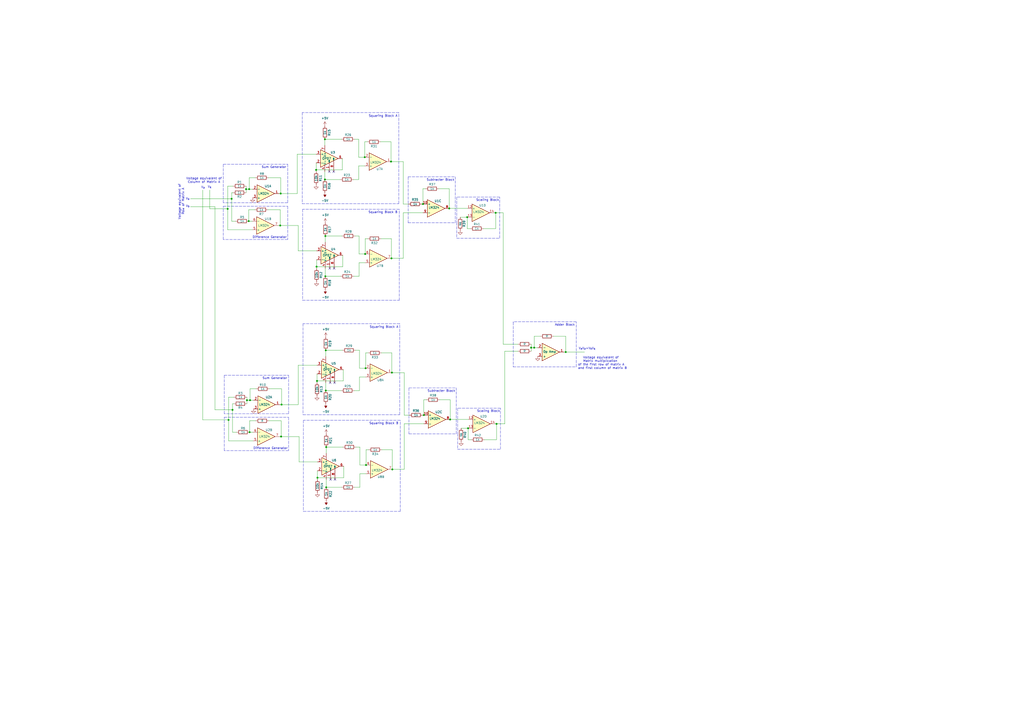
<source format=kicad_sch>
(kicad_sch (version 20211123) (generator eeschema)

  (uuid 0dcdf1b8-13c6-48b4-bd94-5d26038ff231)

  (paper "A2")

  (lib_symbols
    (symbol "Amplifier_Operational:LM324" (pin_names (offset 0.127)) (in_bom yes) (on_board yes)
      (property "Reference" "U" (id 0) (at 0 5.08 0)
        (effects (font (size 1.27 1.27)) (justify left))
      )
      (property "Value" "LM324" (id 1) (at 0 -5.08 0)
        (effects (font (size 1.27 1.27)) (justify left))
      )
      (property "Footprint" "" (id 2) (at -1.27 2.54 0)
        (effects (font (size 1.27 1.27)) hide)
      )
      (property "Datasheet" "http://www.ti.com/lit/ds/symlink/lm2902-n.pdf" (id 3) (at 1.27 5.08 0)
        (effects (font (size 1.27 1.27)) hide)
      )
      (property "ki_locked" "" (id 4) (at 0 0 0)
        (effects (font (size 1.27 1.27)))
      )
      (property "ki_keywords" "quad opamp" (id 5) (at 0 0 0)
        (effects (font (size 1.27 1.27)) hide)
      )
      (property "ki_description" "Low-Power, Quad-Operational Amplifiers, DIP-14/SOIC-14/SSOP-14" (id 6) (at 0 0 0)
        (effects (font (size 1.27 1.27)) hide)
      )
      (property "ki_fp_filters" "SOIC*3.9x8.7mm*P1.27mm* DIP*W7.62mm* TSSOP*4.4x5mm*P0.65mm* SSOP*5.3x6.2mm*P0.65mm* MSOP*3x3mm*P0.5mm*" (id 7) (at 0 0 0)
        (effects (font (size 1.27 1.27)) hide)
      )
      (symbol "LM324_1_1"
        (polyline
          (pts
            (xy -5.08 5.08)
            (xy 5.08 0)
            (xy -5.08 -5.08)
            (xy -5.08 5.08)
          )
          (stroke (width 0.254) (type default) (color 0 0 0 0))
          (fill (type background))
        )
        (pin output line (at 7.62 0 180) (length 2.54)
          (name "~" (effects (font (size 1.27 1.27))))
          (number "1" (effects (font (size 1.27 1.27))))
        )
        (pin input line (at -7.62 -2.54 0) (length 2.54)
          (name "-" (effects (font (size 1.27 1.27))))
          (number "2" (effects (font (size 1.27 1.27))))
        )
        (pin input line (at -7.62 2.54 0) (length 2.54)
          (name "+" (effects (font (size 1.27 1.27))))
          (number "3" (effects (font (size 1.27 1.27))))
        )
      )
      (symbol "LM324_2_1"
        (polyline
          (pts
            (xy -5.08 5.08)
            (xy 5.08 0)
            (xy -5.08 -5.08)
            (xy -5.08 5.08)
          )
          (stroke (width 0.254) (type default) (color 0 0 0 0))
          (fill (type background))
        )
        (pin input line (at -7.62 2.54 0) (length 2.54)
          (name "+" (effects (font (size 1.27 1.27))))
          (number "5" (effects (font (size 1.27 1.27))))
        )
        (pin input line (at -7.62 -2.54 0) (length 2.54)
          (name "-" (effects (font (size 1.27 1.27))))
          (number "6" (effects (font (size 1.27 1.27))))
        )
        (pin output line (at 7.62 0 180) (length 2.54)
          (name "~" (effects (font (size 1.27 1.27))))
          (number "7" (effects (font (size 1.27 1.27))))
        )
      )
      (symbol "LM324_3_1"
        (polyline
          (pts
            (xy -5.08 5.08)
            (xy 5.08 0)
            (xy -5.08 -5.08)
            (xy -5.08 5.08)
          )
          (stroke (width 0.254) (type default) (color 0 0 0 0))
          (fill (type background))
        )
        (pin input line (at -7.62 2.54 0) (length 2.54)
          (name "+" (effects (font (size 1.27 1.27))))
          (number "10" (effects (font (size 1.27 1.27))))
        )
        (pin output line (at 7.62 0 180) (length 2.54)
          (name "~" (effects (font (size 1.27 1.27))))
          (number "8" (effects (font (size 1.27 1.27))))
        )
        (pin input line (at -7.62 -2.54 0) (length 2.54)
          (name "-" (effects (font (size 1.27 1.27))))
          (number "9" (effects (font (size 1.27 1.27))))
        )
      )
      (symbol "LM324_4_1"
        (polyline
          (pts
            (xy -5.08 5.08)
            (xy 5.08 0)
            (xy -5.08 -5.08)
            (xy -5.08 5.08)
          )
          (stroke (width 0.254) (type default) (color 0 0 0 0))
          (fill (type background))
        )
        (pin input line (at -7.62 2.54 0) (length 2.54)
          (name "+" (effects (font (size 1.27 1.27))))
          (number "12" (effects (font (size 1.27 1.27))))
        )
        (pin input line (at -7.62 -2.54 0) (length 2.54)
          (name "-" (effects (font (size 1.27 1.27))))
          (number "13" (effects (font (size 1.27 1.27))))
        )
        (pin output line (at 7.62 0 180) (length 2.54)
          (name "~" (effects (font (size 1.27 1.27))))
          (number "14" (effects (font (size 1.27 1.27))))
        )
      )
      (symbol "LM324_5_1"
        (pin power_in line (at -2.54 -7.62 90) (length 3.81)
          (name "V-" (effects (font (size 1.27 1.27))))
          (number "11" (effects (font (size 1.27 1.27))))
        )
        (pin power_in line (at -2.54 7.62 270) (length 3.81)
          (name "V+" (effects (font (size 1.27 1.27))))
          (number "4" (effects (font (size 1.27 1.27))))
        )
      )
    )
    (symbol "Amplifier_Operational:OP07" (pin_names (offset 0.127)) (in_bom yes) (on_board yes)
      (property "Reference" "U" (id 0) (at 1.27 6.35 0)
        (effects (font (size 1.27 1.27)) (justify left))
      )
      (property "Value" "OP07" (id 1) (at 1.27 3.81 0)
        (effects (font (size 1.27 1.27)) (justify left))
      )
      (property "Footprint" "" (id 2) (at 1.27 1.27 0)
        (effects (font (size 1.27 1.27)) hide)
      )
      (property "Datasheet" "https://www.analog.com/media/en/technical-documentation/data-sheets/OP07.pdf" (id 3) (at 1.27 3.81 0)
        (effects (font (size 1.27 1.27)) hide)
      )
      (property "ki_keywords" "single opamp" (id 4) (at 0 0 0)
        (effects (font (size 1.27 1.27)) hide)
      )
      (property "ki_description" "Single Ultra-Low Offset Voltage Operational Amplifier, DIP-8/SOIC-8" (id 5) (at 0 0 0)
        (effects (font (size 1.27 1.27)) hide)
      )
      (property "ki_fp_filters" "DIP*W7.62mm* SOIC*3.9x4.9mm*P1.27mm* TO*99*" (id 6) (at 0 0 0)
        (effects (font (size 1.27 1.27)) hide)
      )
      (symbol "OP07_0_1"
        (polyline
          (pts
            (xy -5.08 5.08)
            (xy 5.08 0)
            (xy -5.08 -5.08)
            (xy -5.08 5.08)
          )
          (stroke (width 0.254) (type default) (color 0 0 0 0))
          (fill (type background))
        )
      )
      (symbol "OP07_1_1"
        (pin input line (at 0 -7.62 90) (length 5.08)
          (name "VOS" (effects (font (size 0.508 0.508))))
          (number "1" (effects (font (size 1.27 1.27))))
        )
        (pin input line (at -7.62 -2.54 0) (length 2.54)
          (name "-" (effects (font (size 1.27 1.27))))
          (number "2" (effects (font (size 1.27 1.27))))
        )
        (pin input line (at -7.62 2.54 0) (length 2.54)
          (name "+" (effects (font (size 1.27 1.27))))
          (number "3" (effects (font (size 1.27 1.27))))
        )
        (pin power_in line (at -2.54 -7.62 90) (length 3.81)
          (name "V-" (effects (font (size 1.27 1.27))))
          (number "4" (effects (font (size 1.27 1.27))))
        )
        (pin no_connect line (at 0 2.54 270) (length 2.54) hide
          (name "NC" (effects (font (size 1.27 1.27))))
          (number "5" (effects (font (size 1.27 1.27))))
        )
        (pin output line (at 7.62 0 180) (length 2.54)
          (name "~" (effects (font (size 1.27 1.27))))
          (number "6" (effects (font (size 1.27 1.27))))
        )
        (pin power_in line (at -2.54 7.62 270) (length 3.81)
          (name "V+" (effects (font (size 1.27 1.27))))
          (number "7" (effects (font (size 1.27 1.27))))
        )
        (pin input line (at 2.54 -7.62 90) (length 6.35)
          (name "VOS" (effects (font (size 0.508 0.508))))
          (number "8" (effects (font (size 1.27 1.27))))
        )
      )
    )
    (symbol "Device:Opamp_Dual" (in_bom yes) (on_board yes)
      (property "Reference" "U" (id 0) (at 0 5.08 0)
        (effects (font (size 1.27 1.27)) (justify left))
      )
      (property "Value" "Opamp_Dual" (id 1) (at 0 -5.08 0)
        (effects (font (size 1.27 1.27)) (justify left))
      )
      (property "Footprint" "" (id 2) (at 0 0 0)
        (effects (font (size 1.27 1.27)) hide)
      )
      (property "Datasheet" "~" (id 3) (at 0 0 0)
        (effects (font (size 1.27 1.27)) hide)
      )
      (property "ki_locked" "" (id 4) (at 0 0 0)
        (effects (font (size 1.27 1.27)))
      )
      (property "ki_keywords" "dual opamp" (id 5) (at 0 0 0)
        (effects (font (size 1.27 1.27)) hide)
      )
      (property "ki_description" "Dual operational amplifier" (id 6) (at 0 0 0)
        (effects (font (size 1.27 1.27)) hide)
      )
      (property "ki_fp_filters" "SOIC*3.9x4.9mm*P1.27mm* DIP*W7.62mm* MSOP*3x3mm*P0.65mm* SSOP*2.95x2.8mm*P0.65mm* TSSOP*3x3mm*P0.65mm* VSSOP*P0.5mm* TO?99*" (id 7) (at 0 0 0)
        (effects (font (size 1.27 1.27)) hide)
      )
      (symbol "Opamp_Dual_1_1"
        (polyline
          (pts
            (xy -5.08 5.08)
            (xy 5.08 0)
            (xy -5.08 -5.08)
            (xy -5.08 5.08)
          )
          (stroke (width 0.254) (type default) (color 0 0 0 0))
          (fill (type background))
        )
        (pin output line (at 7.62 0 180) (length 2.54)
          (name "~" (effects (font (size 1.27 1.27))))
          (number "1" (effects (font (size 1.27 1.27))))
        )
        (pin input line (at -7.62 -2.54 0) (length 2.54)
          (name "-" (effects (font (size 1.27 1.27))))
          (number "2" (effects (font (size 1.27 1.27))))
        )
        (pin input line (at -7.62 2.54 0) (length 2.54)
          (name "+" (effects (font (size 1.27 1.27))))
          (number "3" (effects (font (size 1.27 1.27))))
        )
      )
      (symbol "Opamp_Dual_2_1"
        (polyline
          (pts
            (xy -5.08 5.08)
            (xy 5.08 0)
            (xy -5.08 -5.08)
            (xy -5.08 5.08)
          )
          (stroke (width 0.254) (type default) (color 0 0 0 0))
          (fill (type background))
        )
        (pin input line (at -7.62 2.54 0) (length 2.54)
          (name "+" (effects (font (size 1.27 1.27))))
          (number "5" (effects (font (size 1.27 1.27))))
        )
        (pin input line (at -7.62 -2.54 0) (length 2.54)
          (name "-" (effects (font (size 1.27 1.27))))
          (number "6" (effects (font (size 1.27 1.27))))
        )
        (pin output line (at 7.62 0 180) (length 2.54)
          (name "~" (effects (font (size 1.27 1.27))))
          (number "7" (effects (font (size 1.27 1.27))))
        )
      )
      (symbol "Opamp_Dual_3_1"
        (pin power_in line (at -2.54 -7.62 90) (length 3.81)
          (name "V-" (effects (font (size 1.27 1.27))))
          (number "4" (effects (font (size 1.27 1.27))))
        )
        (pin power_in line (at -2.54 7.62 270) (length 3.81)
          (name "V+" (effects (font (size 1.27 1.27))))
          (number "8" (effects (font (size 1.27 1.27))))
        )
      )
    )
    (symbol "Device:R" (pin_numbers hide) (pin_names (offset 0)) (in_bom yes) (on_board yes)
      (property "Reference" "R" (id 0) (at 2.032 0 90)
        (effects (font (size 1.27 1.27)))
      )
      (property "Value" "R" (id 1) (at 0 0 90)
        (effects (font (size 1.27 1.27)))
      )
      (property "Footprint" "" (id 2) (at -1.778 0 90)
        (effects (font (size 1.27 1.27)) hide)
      )
      (property "Datasheet" "~" (id 3) (at 0 0 0)
        (effects (font (size 1.27 1.27)) hide)
      )
      (property "ki_keywords" "R res resistor" (id 4) (at 0 0 0)
        (effects (font (size 1.27 1.27)) hide)
      )
      (property "ki_description" "Resistor" (id 5) (at 0 0 0)
        (effects (font (size 1.27 1.27)) hide)
      )
      (property "ki_fp_filters" "R_*" (id 6) (at 0 0 0)
        (effects (font (size 1.27 1.27)) hide)
      )
      (symbol "R_0_1"
        (rectangle (start -1.016 -2.54) (end 1.016 2.54)
          (stroke (width 0.254) (type default) (color 0 0 0 0))
          (fill (type none))
        )
      )
      (symbol "R_1_1"
        (pin passive line (at 0 3.81 270) (length 1.27)
          (name "~" (effects (font (size 1.27 1.27))))
          (number "1" (effects (font (size 1.27 1.27))))
        )
        (pin passive line (at 0 -3.81 90) (length 1.27)
          (name "~" (effects (font (size 1.27 1.27))))
          (number "2" (effects (font (size 1.27 1.27))))
        )
      )
    )
    (symbol "power:+5V" (power) (pin_names (offset 0)) (in_bom yes) (on_board yes)
      (property "Reference" "#PWR" (id 0) (at 0 -3.81 0)
        (effects (font (size 1.27 1.27)) hide)
      )
      (property "Value" "+5V" (id 1) (at 0 3.556 0)
        (effects (font (size 1.27 1.27)))
      )
      (property "Footprint" "" (id 2) (at 0 0 0)
        (effects (font (size 1.27 1.27)) hide)
      )
      (property "Datasheet" "" (id 3) (at 0 0 0)
        (effects (font (size 1.27 1.27)) hide)
      )
      (property "ki_keywords" "power-flag" (id 4) (at 0 0 0)
        (effects (font (size 1.27 1.27)) hide)
      )
      (property "ki_description" "Power symbol creates a global label with name \"+5V\"" (id 5) (at 0 0 0)
        (effects (font (size 1.27 1.27)) hide)
      )
      (symbol "+5V_0_1"
        (polyline
          (pts
            (xy -0.762 1.27)
            (xy 0 2.54)
          )
          (stroke (width 0) (type default) (color 0 0 0 0))
          (fill (type none))
        )
        (polyline
          (pts
            (xy 0 0)
            (xy 0 2.54)
          )
          (stroke (width 0) (type default) (color 0 0 0 0))
          (fill (type none))
        )
        (polyline
          (pts
            (xy 0 2.54)
            (xy 0.762 1.27)
          )
          (stroke (width 0) (type default) (color 0 0 0 0))
          (fill (type none))
        )
      )
      (symbol "+5V_1_1"
        (pin power_in line (at 0 0 90) (length 0) hide
          (name "+5V" (effects (font (size 1.27 1.27))))
          (number "1" (effects (font (size 1.27 1.27))))
        )
      )
    )
    (symbol "power:-5V" (power) (pin_names (offset 0)) (in_bom yes) (on_board yes)
      (property "Reference" "#PWR" (id 0) (at 0 2.54 0)
        (effects (font (size 1.27 1.27)) hide)
      )
      (property "Value" "-5V" (id 1) (at 0 3.81 0)
        (effects (font (size 1.27 1.27)))
      )
      (property "Footprint" "" (id 2) (at 0 0 0)
        (effects (font (size 1.27 1.27)) hide)
      )
      (property "Datasheet" "" (id 3) (at 0 0 0)
        (effects (font (size 1.27 1.27)) hide)
      )
      (property "ki_keywords" "power-flag" (id 4) (at 0 0 0)
        (effects (font (size 1.27 1.27)) hide)
      )
      (property "ki_description" "Power symbol creates a global label with name \"-5V\"" (id 5) (at 0 0 0)
        (effects (font (size 1.27 1.27)) hide)
      )
      (symbol "-5V_0_0"
        (pin power_in line (at 0 0 90) (length 0) hide
          (name "-5V" (effects (font (size 1.27 1.27))))
          (number "1" (effects (font (size 1.27 1.27))))
        )
      )
      (symbol "-5V_0_1"
        (polyline
          (pts
            (xy 0 0)
            (xy 0 1.27)
            (xy 0.762 1.27)
            (xy 0 2.54)
            (xy -0.762 1.27)
            (xy 0 1.27)
          )
          (stroke (width 0) (type default) (color 0 0 0 0))
          (fill (type outline))
        )
      )
    )
    (symbol "power:GND" (power) (pin_names (offset 0)) (in_bom yes) (on_board yes)
      (property "Reference" "#PWR" (id 0) (at 0 -6.35 0)
        (effects (font (size 1.27 1.27)) hide)
      )
      (property "Value" "GND" (id 1) (at 0 -3.81 0)
        (effects (font (size 1.27 1.27)))
      )
      (property "Footprint" "" (id 2) (at 0 0 0)
        (effects (font (size 1.27 1.27)) hide)
      )
      (property "Datasheet" "" (id 3) (at 0 0 0)
        (effects (font (size 1.27 1.27)) hide)
      )
      (property "ki_keywords" "power-flag" (id 4) (at 0 0 0)
        (effects (font (size 1.27 1.27)) hide)
      )
      (property "ki_description" "Power symbol creates a global label with name \"GND\" , ground" (id 5) (at 0 0 0)
        (effects (font (size 1.27 1.27)) hide)
      )
      (symbol "GND_0_1"
        (polyline
          (pts
            (xy 0 0)
            (xy 0 -1.27)
            (xy 1.27 -1.27)
            (xy 0 -2.54)
            (xy -1.27 -1.27)
            (xy 0 -1.27)
          )
          (stroke (width 0) (type default) (color 0 0 0 0))
          (fill (type none))
        )
      )
      (symbol "GND_1_1"
        (pin power_in line (at 0 0 270) (length 0) hide
          (name "GND" (effects (font (size 1.27 1.27))))
          (number "1" (effects (font (size 1.27 1.27))))
        )
      )
    )
  )

  (junction (at 245.872 240.792) (diameter 0) (color 0 0 0 0)
    (uuid 0307e842-7cee-465b-8237-27d036b1d375)
  )
  (junction (at 212.09 213.614) (diameter 0) (color 0 0 0 0)
    (uuid 11882e59-c613-4756-a647-94e9de090058)
  )
  (junction (at 188.468 104.14) (diameter 0) (color 0 0 0 0)
    (uuid 1354903a-b7d2-4e04-b220-6c6c8f058ef7)
  )
  (junction (at 184.15 277.114) (diameter 0) (color 0 0 0 0)
    (uuid 26b8695b-65d8-44e2-94ba-48ee881d0955)
  )
  (junction (at 211.836 147.32) (diameter 0) (color 0 0 0 0)
    (uuid 2aa21f9e-73e7-40d1-a630-0290bc6939b1)
  )
  (junction (at 134.874 237.744) (diameter 0) (color 0 0 0 0)
    (uuid 2efdee8b-b387-4eef-b6bc-aecb26766bca)
  )
  (junction (at 162.814 112.268) (diameter 0) (color 0 0 0 0)
    (uuid 2f9c4e12-0101-4393-8a50-030440ea6a07)
  )
  (junction (at 144.272 128.27) (diameter 0) (color 0 0 0 0)
    (uuid 318b1c02-8f98-40e0-8672-6e5f766110ad)
  )
  (junction (at 144.526 109.728) (diameter 0) (color 0 0 0 0)
    (uuid 373b5b59-9fbb-41a2-845d-56a1ed5a82dd)
  )
  (junction (at 162.56 130.81) (diameter 0) (color 0 0 0 0)
    (uuid 37c732a1-cf44-4113-843f-85a5910958ec)
  )
  (junction (at 132.08 121.158) (diameter 0) (color 0 0 0 0)
    (uuid 3e1cb3e4-d855-414e-b1ff-d8f86a215960)
  )
  (junction (at 245.364 118.364) (diameter 0) (color 0 0 0 0)
    (uuid 42688fc6-3e24-4a56-9963-828da46dcdfb)
  )
  (junction (at 328.168 204.216) (diameter 0) (color 0 0 0 0)
    (uuid 492da2f1-7450-43db-bcec-7604b009dc66)
  )
  (junction (at 212.344 269.748) (diameter 0) (color 0 0 0 0)
    (uuid 4af36d11-7fae-4f72-b9af-1c49ea36522f)
  )
  (junction (at 144.78 250.698) (diameter 0) (color 0 0 0 0)
    (uuid 4d24a5b7-b645-4832-8876-416d21bcba8a)
  )
  (junction (at 134.366 115.316) (diameter 0) (color 0 0 0 0)
    (uuid 54562a16-6662-4d1b-9b50-45ed0ae36481)
  )
  (junction (at 287.528 123.444) (diameter 0) (color 0 0 0 0)
    (uuid 5a63aa46-8c18-43d5-8def-1c886562be17)
  )
  (junction (at 188.468 80.772) (diameter 0) (color 0 0 0 0)
    (uuid 6a3aff19-5e5c-466c-80b5-82ab994aaee1)
  )
  (junction (at 188.976 203.2) (diameter 0) (color 0 0 0 0)
    (uuid 6b37e58b-12df-4679-946f-b69af1ca4b22)
  )
  (junction (at 226.822 93.726) (diameter 0) (color 0 0 0 0)
    (uuid 728dda43-38f9-4d13-b2a9-59e599c86d99)
  )
  (junction (at 143.256 232.156) (diameter 0) (color 0 0 0 0)
    (uuid 758472ab-5940-4631-8855-fbe583933170)
  )
  (junction (at 142.748 109.728) (diameter 0) (color 0 0 0 0)
    (uuid 758f4e53-9507-488a-960b-2e8e487b7ac8)
  )
  (junction (at 163.322 234.696) (diameter 0) (color 0 0 0 0)
    (uuid 7faa75ab-beec-4374-931e-269ef92950c3)
  )
  (junction (at 288.036 245.872) (diameter 0) (color 0 0 0 0)
    (uuid 8ae7a1f4-a1de-4bc3-b765-e8054ea0fd7e)
  )
  (junction (at 132.588 243.586) (diameter 0) (color 0 0 0 0)
    (uuid 8aff782b-3be5-4c78-a9fd-2ede0c2720d7)
  )
  (junction (at 211.582 91.186) (diameter 0) (color 0 0 0 0)
    (uuid 92ff4797-ba89-46c8-b3a8-8260d960e660)
  )
  (junction (at 308.102 201.676) (diameter 0) (color 0 0 0 0)
    (uuid 9344856f-8250-47b1-9d68-8585cd78bbac)
  )
  (junction (at 309.88 201.676) (diameter 0) (color 0 0 0 0)
    (uuid 98a8a685-d89e-44e0-8f46-402238cbe6b5)
  )
  (junction (at 261.112 243.332) (diameter 0) (color 0 0 0 0)
    (uuid a178a2e2-384b-4296-bd78-00a8389c0aa2)
  )
  (junction (at 227.584 272.288) (diameter 0) (color 0 0 0 0)
    (uuid a4f92e98-9948-4fe7-9593-97fe8797b7e6)
  )
  (junction (at 188.722 160.274) (diameter 0) (color 0 0 0 0)
    (uuid a65cad0c-0ef1-4ea5-a965-4eae7ac1f6af)
  )
  (junction (at 183.896 220.98) (diameter 0) (color 0 0 0 0)
    (uuid a6d69572-0b02-4e7d-b170-a14b11f18bbe)
  )
  (junction (at 163.068 253.238) (diameter 0) (color 0 0 0 0)
    (uuid b0cd315c-c78d-44dc-b672-a18dfb5cc2d0)
  )
  (junction (at 188.722 136.906) (diameter 0) (color 0 0 0 0)
    (uuid b2cac11a-5f3b-43d7-88e5-8d0241ac6453)
  )
  (junction (at 271.018 125.984) (diameter 0) (color 0 0 0 0)
    (uuid b400c80e-5312-495d-b0d5-8365ed4de032)
  )
  (junction (at 227.076 149.86) (diameter 0) (color 0 0 0 0)
    (uuid c546008e-7661-419e-94b3-0bbb9fd14ec8)
  )
  (junction (at 145.034 232.156) (diameter 0) (color 0 0 0 0)
    (uuid c617dea1-2a6a-497b-8915-ba81ecdd193f)
  )
  (junction (at 260.604 120.904) (diameter 0) (color 0 0 0 0)
    (uuid ccd45da3-3d73-496d-8f2e-5edf69377f63)
  )
  (junction (at 227.33 216.154) (diameter 0) (color 0 0 0 0)
    (uuid cdcfd279-9ff7-47bf-a37a-fe884e8dc447)
  )
  (junction (at 189.23 259.334) (diameter 0) (color 0 0 0 0)
    (uuid cfea651c-582d-4806-bfd5-1ad540f2d1f5)
  )
  (junction (at 188.976 226.568) (diameter 0) (color 0 0 0 0)
    (uuid d1f402c4-3a27-4dc3-9698-27ceedfce610)
  )
  (junction (at 183.388 98.552) (diameter 0) (color 0 0 0 0)
    (uuid e234e19f-cd33-4584-947b-bf9feaf6cddd)
  )
  (junction (at 183.642 154.686) (diameter 0) (color 0 0 0 0)
    (uuid e4d0483b-1c21-4fb6-87dd-47e636746c0e)
  )
  (junction (at 271.526 248.412) (diameter 0) (color 0 0 0 0)
    (uuid e72891a3-ab12-4714-9962-8e94bf03c784)
  )
  (junction (at 189.23 282.702) (diameter 0) (color 0 0 0 0)
    (uuid fc4f0d73-8541-49fe-b3f7-20135b50eba9)
  )

  (no_connect (at 191.008 99.568) (uuid 1c57f8a5-0a6c-44cd-b514-5b9d5f8cc98b))
  (no_connect (at 194.31 278.13) (uuid 228a6da5-d93b-4ab5-8d2b-a04ff88d8283))
  (no_connect (at 194.056 221.996) (uuid 43584dc8-381d-4460-877e-fd4af897f6ca))
  (no_connect (at 191.77 278.13) (uuid 455e3fa0-6403-49a8-aa0a-e0ed9e8ed37e))
  (no_connect (at 193.548 99.568) (uuid b7013b78-ce5a-47df-9e6f-e993b6073985))
  (no_connect (at 191.262 155.702) (uuid c7699973-e377-4c8c-8edc-6474ca187ece))
  (no_connect (at 193.802 155.702) (uuid e89e5b16-554a-4d97-8f95-fc89c9b40d74))
  (no_connect (at 191.516 221.996) (uuid fb094203-2d13-40dd-9363-349496681d71))

  (wire (pts (xy 188.976 226.568) (xy 197.866 226.568))
    (stroke (width 0) (type default) (color 0 0 0 0))
    (uuid 012e54c9-331e-46d2-876e-1ce6b7fe8ebb)
  )
  (wire (pts (xy 245.364 123.444) (xy 233.934 123.444))
    (stroke (width 0) (type default) (color 0 0 0 0))
    (uuid 01657d30-6f8e-4bbd-a3dd-6a0742c69aca)
  )
  (wire (pts (xy 287.528 123.444) (xy 286.512 123.444))
    (stroke (width 0) (type default) (color 0 0 0 0))
    (uuid 059f4155-bed3-4fb2-9baa-d569f31b7e5d)
  )
  (polyline (pts (xy 175.514 174.244) (xy 231.648 174.244))
    (stroke (width 0) (type default) (color 0 0 0 0))
    (uuid 082621c8-b51d-48fd-937c-afceb255b94e)
  )

  (wire (pts (xy 132.08 121.158) (xy 132.08 133.35))
    (stroke (width 0) (type default) (color 0 0 0 0))
    (uuid 0850d44a-6bde-4886-b872-ef2fda5e1590)
  )
  (polyline (pts (xy 264.922 138.176) (xy 289.814 138.176))
    (stroke (width 0) (type default) (color 0 0 0 0))
    (uuid 086ab04d-4086-427c-992f-819b91a9021d)
  )

  (wire (pts (xy 142.748 107.95) (xy 142.748 109.728))
    (stroke (width 0) (type default) (color 0 0 0 0))
    (uuid 08bb8c58-1868-4a96-8aaa-36d9e141ec38)
  )
  (wire (pts (xy 227.33 204.724) (xy 227.33 216.154))
    (stroke (width 0) (type default) (color 0 0 0 0))
    (uuid 09218131-89b2-45ab-9b93-5e8dec848242)
  )
  (wire (pts (xy 208.026 91.186) (xy 211.582 91.186))
    (stroke (width 0) (type default) (color 0 0 0 0))
    (uuid 09684b6c-5d15-4020-b96b-0b388e8ee3ea)
  )
  (wire (pts (xy 245.872 231.902) (xy 245.872 240.792))
    (stroke (width 0) (type default) (color 0 0 0 0))
    (uuid 09c9f555-0892-40f7-9f07-31a83cdfb501)
  )
  (wire (pts (xy 189.23 282.702) (xy 198.12 282.702))
    (stroke (width 0) (type default) (color 0 0 0 0))
    (uuid 0a06c083-c63c-4846-b7c5-0a89d7785891)
  )
  (wire (pts (xy 208.534 226.568) (xy 208.534 218.694))
    (stroke (width 0) (type default) (color 0 0 0 0))
    (uuid 0a7a71df-c15e-4333-a328-3448ff95e024)
  )
  (wire (pts (xy 260.604 109.474) (xy 260.604 120.904))
    (stroke (width 0) (type default) (color 0 0 0 0))
    (uuid 0a83f85d-78ad-480a-a5ba-773caced8f09)
  )
  (wire (pts (xy 189.23 259.334) (xy 198.882 259.334))
    (stroke (width 0) (type default) (color 0 0 0 0))
    (uuid 0b88085b-1054-4318-9dcf-e65c23b74dae)
  )
  (polyline (pts (xy 264.668 251.714) (xy 264.668 225.044))
    (stroke (width 0) (type default) (color 0 0 0 0))
    (uuid 0d21bb53-ac74-4678-a836-6446fc6380d9)
  )

  (wire (pts (xy 145.034 225.552) (xy 145.034 232.156))
    (stroke (width 0) (type default) (color 0 0 0 0))
    (uuid 0f97be94-845d-4d9a-b958-247f9382ca1a)
  )
  (wire (pts (xy 198.882 154.686) (xy 198.882 148.082))
    (stroke (width 0) (type default) (color 0 0 0 0))
    (uuid 10e5ae6d-e43e-4ff8-abc5-fd9df16782da)
  )
  (wire (pts (xy 271.526 248.412) (xy 271.526 255.016))
    (stroke (width 0) (type default) (color 0 0 0 0))
    (uuid 1370e798-05aa-4cec-9268-07b88ac85c4e)
  )
  (wire (pts (xy 189.23 278.13) (xy 189.23 282.702))
    (stroke (width 0) (type default) (color 0 0 0 0))
    (uuid 180ad52e-2525-45e3-ac39-c09fc6a69aa9)
  )
  (wire (pts (xy 183.388 98.552) (xy 198.628 98.552))
    (stroke (width 0) (type default) (color 0 0 0 0))
    (uuid 190829cf-8172-400f-bba0-21761cc942eb)
  )
  (polyline (pts (xy 334.264 186.69) (xy 297.688 186.69))
    (stroke (width 0) (type default) (color 0 0 0 0))
    (uuid 19746006-1512-43f1-a816-32a44c1b1e6c)
  )

  (wire (pts (xy 135.636 230.378) (xy 132.588 230.378))
    (stroke (width 0) (type default) (color 0 0 0 0))
    (uuid 1aa83fb9-422f-4d42-84d4-1e40d562b5a5)
  )
  (wire (pts (xy 233.934 93.726) (xy 233.934 118.364))
    (stroke (width 0) (type default) (color 0 0 0 0))
    (uuid 1c6c46b2-dd9e-430f-85e9-621815ceca94)
  )
  (wire (pts (xy 261.112 231.902) (xy 261.112 243.332))
    (stroke (width 0) (type default) (color 0 0 0 0))
    (uuid 1ccfb8d5-356c-46bd-bb6b-cfa3989faa79)
  )
  (wire (pts (xy 162.56 121.666) (xy 162.56 130.81))
    (stroke (width 0) (type default) (color 0 0 0 0))
    (uuid 1e0743f9-25f1-4e27-8ba3-1bbc1755dc6c)
  )
  (wire (pts (xy 234.442 216.154) (xy 234.442 240.792))
    (stroke (width 0) (type default) (color 0 0 0 0))
    (uuid 1e333299-a059-4f9d-b1b0-1f8871de4d05)
  )
  (wire (pts (xy 221.234 204.724) (xy 227.33 204.724))
    (stroke (width 0) (type default) (color 0 0 0 0))
    (uuid 1e4f0cd7-fd4c-474d-885d-0521657cb423)
  )
  (wire (pts (xy 184.15 277.114) (xy 199.39 277.114))
    (stroke (width 0) (type default) (color 0 0 0 0))
    (uuid 1ea4fcc5-ccb1-4862-b05f-bd5ed8827319)
  )
  (wire (pts (xy 308.102 201.676) (xy 309.88 201.676))
    (stroke (width 0) (type default) (color 0 0 0 0))
    (uuid 1ee8e1c4-1813-4ed6-9647-7ed72557b5fd)
  )
  (wire (pts (xy 183.896 220.98) (xy 199.136 220.98))
    (stroke (width 0) (type default) (color 0 0 0 0))
    (uuid 1f4758b5-9f3d-445e-bb8b-f092a059b55a)
  )
  (polyline (pts (xy 176.022 296.672) (xy 232.156 296.672))
    (stroke (width 0) (type default) (color 0 0 0 0))
    (uuid 23efd828-c3dd-4c72-bb3d-adc9ae35b986)
  )

  (wire (pts (xy 266.954 125.984) (xy 271.018 125.984))
    (stroke (width 0) (type default) (color 0 0 0 0))
    (uuid 248d15cd-dd0c-425d-94cb-b44ccf865457)
  )
  (polyline (pts (xy 166.878 138.938) (xy 129.54 138.938))
    (stroke (width 0) (type default) (color 0 0 0 0))
    (uuid 25e5e3b2-c628-460f-8b34-28a2c7950e5f)
  )

  (wire (pts (xy 309.88 195.072) (xy 313.436 195.072))
    (stroke (width 0) (type default) (color 0 0 0 0))
    (uuid 261046f5-8dea-4dbe-bbc8-b5ca6e29690d)
  )
  (wire (pts (xy 271.018 125.984) (xy 271.018 132.588))
    (stroke (width 0) (type default) (color 0 0 0 0))
    (uuid 26edc121-4167-44e5-9aaf-65f4ac255233)
  )
  (polyline (pts (xy 129.54 119.634) (xy 166.878 119.634))
    (stroke (width 0) (type default) (color 0 0 0 0))
    (uuid 272d2299-18dd-4a3e-a196-6d15ba4f51c4)
  )
  (polyline (pts (xy 166.878 119.634) (xy 166.878 138.938))
    (stroke (width 0) (type default) (color 0 0 0 0))
    (uuid 27c35e8b-315a-496f-813b-9dd8fc243144)
  )

  (wire (pts (xy 124.714 237.744) (xy 134.874 237.744))
    (stroke (width 0) (type default) (color 0 0 0 0))
    (uuid 2865aee6-7eec-42f2-ad24-12efec7137fb)
  )
  (wire (pts (xy 328.168 204.216) (xy 327.152 204.216))
    (stroke (width 0) (type default) (color 0 0 0 0))
    (uuid 289d923f-09e3-468e-a976-da18ec3ab0db)
  )
  (wire (pts (xy 183.642 150.622) (xy 183.642 154.686))
    (stroke (width 0) (type default) (color 0 0 0 0))
    (uuid 28f921ab-5f55-47f8-b726-02e567145cd5)
  )
  (wire (pts (xy 280.924 255.016) (xy 288.036 255.016))
    (stroke (width 0) (type default) (color 0 0 0 0))
    (uuid 29e5877a-f49c-405d-888f-4c616847caa6)
  )
  (wire (pts (xy 144.272 121.666) (xy 144.272 128.27))
    (stroke (width 0) (type default) (color 0 0 0 0))
    (uuid 2a6f1b1e-6809-43d7-b0c5-e4424e33d333)
  )
  (wire (pts (xy 135.128 111.76) (xy 134.366 111.76))
    (stroke (width 0) (type default) (color 0 0 0 0))
    (uuid 2a756062-4e0c-4114-bc6d-4d6635f2d703)
  )
  (wire (pts (xy 237.49 240.792) (xy 234.442 240.792))
    (stroke (width 0) (type default) (color 0 0 0 0))
    (uuid 2b1f2bc8-b4b1-4a84-9fea-d893b3b00aac)
  )
  (wire (pts (xy 132.08 133.35) (xy 146.304 133.35))
    (stroke (width 0) (type default) (color 0 0 0 0))
    (uuid 2b7fcec9-f103-4c1e-8056-817283941746)
  )
  (wire (pts (xy 208.28 152.4) (xy 211.836 152.4))
    (stroke (width 0) (type default) (color 0 0 0 0))
    (uuid 2b878984-ad62-40d5-87be-d30f465ae2b3)
  )
  (wire (pts (xy 163.322 234.696) (xy 172.974 234.696))
    (stroke (width 0) (type default) (color 0 0 0 0))
    (uuid 2c7f6913-63cb-4090-9bcb-2d3e3a396216)
  )
  (wire (pts (xy 134.366 115.316) (xy 134.366 128.27))
    (stroke (width 0) (type default) (color 0 0 0 0))
    (uuid 2df83ebe-1ddf-4544-b413-d0b7b3d7c49e)
  )
  (polyline (pts (xy 265.43 260.604) (xy 290.322 260.604))
    (stroke (width 0) (type default) (color 0 0 0 0))
    (uuid 2ec0341f-a20c-4c5e-b292-56da280e2fb8)
  )
  (polyline (pts (xy 175.26 65.278) (xy 175.26 118.11))
    (stroke (width 0) (type default) (color 0 0 0 0))
    (uuid 30979a3d-28d7-46ae-b5aa-513ad60b71a4)
  )

  (wire (pts (xy 206.502 259.334) (xy 208.788 259.334))
    (stroke (width 0) (type default) (color 0 0 0 0))
    (uuid 30e965b0-bf6d-431a-9321-548f5b5d1765)
  )
  (wire (pts (xy 143.256 230.378) (xy 143.256 232.156))
    (stroke (width 0) (type default) (color 0 0 0 0))
    (uuid 312b2d2b-6741-45a5-8a9f-d6dd8879abf8)
  )
  (wire (pts (xy 183.896 220.98) (xy 183.896 221.996))
    (stroke (width 0) (type default) (color 0 0 0 0))
    (uuid 352f0a40-d92b-4e13-8b94-fc3ee48c25ff)
  )
  (wire (pts (xy 144.526 103.124) (xy 148.082 103.124))
    (stroke (width 0) (type default) (color 0 0 0 0))
    (uuid 35506831-8c22-45ab-9b57-69eb0f9ef003)
  )
  (polyline (pts (xy 264.922 129.032) (xy 264.922 138.176))
    (stroke (width 0) (type default) (color 0 0 0 0))
    (uuid 35e13391-5257-46f3-93a5-87ffd4e862a4)
  )

  (wire (pts (xy 163.068 244.094) (xy 163.068 253.238))
    (stroke (width 0) (type default) (color 0 0 0 0))
    (uuid 36db8a36-8961-4d47-a530-13b670a90db1)
  )
  (wire (pts (xy 188.722 160.274) (xy 197.612 160.274))
    (stroke (width 0) (type default) (color 0 0 0 0))
    (uuid 3785db90-bbe9-4018-bab6-3a4673f84f27)
  )
  (wire (pts (xy 155.448 121.666) (xy 162.56 121.666))
    (stroke (width 0) (type default) (color 0 0 0 0))
    (uuid 3834130c-65dd-40f7-94b2-4c0e44ecd63c)
  )
  (wire (pts (xy 288.036 255.016) (xy 288.036 245.872))
    (stroke (width 0) (type default) (color 0 0 0 0))
    (uuid 39031a94-cdf9-4b0b-948b-d3c5e6239a00)
  )
  (polyline (pts (xy 265.43 251.46) (xy 265.43 260.604))
    (stroke (width 0) (type default) (color 0 0 0 0))
    (uuid 393e7503-7faa-425e-b614-b4a0a2c83eb5)
  )

  (wire (pts (xy 205.74 282.702) (xy 208.788 282.702))
    (stroke (width 0) (type default) (color 0 0 0 0))
    (uuid 39bf1ce4-9ba6-4844-abdd-1956812a90a0)
  )
  (wire (pts (xy 227.076 138.43) (xy 227.076 149.86))
    (stroke (width 0) (type default) (color 0 0 0 0))
    (uuid 3aec5e23-e675-4bcf-9a9e-48cb59d51927)
  )
  (wire (pts (xy 121.666 110.236) (xy 121.666 121.158))
    (stroke (width 0) (type default) (color 0 0 0 0))
    (uuid 3c971341-ed5e-4e5c-8bb7-38f52dd5272f)
  )
  (wire (pts (xy 163.322 225.552) (xy 163.322 234.696))
    (stroke (width 0) (type default) (color 0 0 0 0))
    (uuid 3fc65e0d-874b-4130-a791-da42e39d81ae)
  )
  (wire (pts (xy 189.23 259.334) (xy 189.23 262.89))
    (stroke (width 0) (type default) (color 0 0 0 0))
    (uuid 4022fc35-5894-40ea-a70f-f31d8a127ff9)
  )
  (wire (pts (xy 183.642 145.542) (xy 172.974 145.542))
    (stroke (width 0) (type default) (color 0 0 0 0))
    (uuid 4223805d-8db1-4df1-b73a-3d99f37f1701)
  )
  (wire (pts (xy 183.642 154.686) (xy 183.642 155.702))
    (stroke (width 0) (type default) (color 0 0 0 0))
    (uuid 4263a0e8-33fc-439f-9b56-889a4f5d7b26)
  )
  (wire (pts (xy 145.034 225.552) (xy 148.59 225.552))
    (stroke (width 0) (type default) (color 0 0 0 0))
    (uuid 42e3837e-d7ee-4d6c-b771-ce736125a13c)
  )
  (wire (pts (xy 220.726 82.296) (xy 226.822 82.296))
    (stroke (width 0) (type default) (color 0 0 0 0))
    (uuid 430cb5a0-6865-46d0-be60-5d722d3e8d80)
  )
  (polyline (pts (xy 130.048 261.366) (xy 130.048 242.062))
    (stroke (width 0) (type default) (color 0 0 0 0))
    (uuid 44192ca1-7822-46ce-a636-2ed73024248b)
  )

  (wire (pts (xy 271.018 132.588) (xy 272.796 132.588))
    (stroke (width 0) (type default) (color 0 0 0 0))
    (uuid 45fc93ca-f8ba-48a8-9189-1c9886475cd3)
  )
  (polyline (pts (xy 290.322 236.728) (xy 265.43 236.728))
    (stroke (width 0) (type default) (color 0 0 0 0))
    (uuid 46319311-612b-4896-bb4e-ab08803d57b5)
  )

  (wire (pts (xy 163.068 253.238) (xy 162.052 253.238))
    (stroke (width 0) (type default) (color 0 0 0 0))
    (uuid 469cf8e8-0de8-4a3a-94cd-83f09b2b5d96)
  )
  (wire (pts (xy 156.21 225.552) (xy 163.322 225.552))
    (stroke (width 0) (type default) (color 0 0 0 0))
    (uuid 46cbd2b5-3def-48b1-b6cd-7ea537715800)
  )
  (wire (pts (xy 271.526 248.412) (xy 271.78 248.412))
    (stroke (width 0) (type default) (color 0 0 0 0))
    (uuid 47861f15-a8a9-4bc7-b41d-a7b00ffe3d2d)
  )
  (wire (pts (xy 183.642 154.686) (xy 198.882 154.686))
    (stroke (width 0) (type default) (color 0 0 0 0))
    (uuid 478afa34-e0e2-4584-885c-121c8a802996)
  )
  (wire (pts (xy 162.814 103.124) (xy 162.814 112.268))
    (stroke (width 0) (type default) (color 0 0 0 0))
    (uuid 47a2dd37-ad02-4281-9a66-8ff7ab400570)
  )
  (polyline (pts (xy 175.768 187.706) (xy 175.768 240.538))
    (stroke (width 0) (type default) (color 0 0 0 0))
    (uuid 48b2431e-64e7-47cb-9fbf-7f05aec5bdf1)
  )
  (polyline (pts (xy 231.394 65.278) (xy 175.26 65.278))
    (stroke (width 0) (type default) (color 0 0 0 0))
    (uuid 49c3a7d7-9453-4986-bcff-387f274073df)
  )

  (wire (pts (xy 188.468 99.568) (xy 188.468 104.14))
    (stroke (width 0) (type default) (color 0 0 0 0))
    (uuid 4a56ac62-5ec2-46fc-a86c-9adf2d8fead1)
  )
  (wire (pts (xy 208.534 218.694) (xy 212.09 218.694))
    (stroke (width 0) (type default) (color 0 0 0 0))
    (uuid 4c00db0d-d00e-4f85-b7ac-9832ef3d778f)
  )
  (wire (pts (xy 132.588 243.586) (xy 132.588 255.778))
    (stroke (width 0) (type default) (color 0 0 0 0))
    (uuid 4c8dbbf1-f3bc-4f0c-b4fb-945739c5605e)
  )
  (wire (pts (xy 142.748 109.728) (xy 144.526 109.728))
    (stroke (width 0) (type default) (color 0 0 0 0))
    (uuid 4de018aa-33f9-4679-9406-fafd70ff0142)
  )
  (wire (pts (xy 213.614 204.724) (xy 212.09 204.724))
    (stroke (width 0) (type default) (color 0 0 0 0))
    (uuid 4e01d995-cf9f-4a31-99cf-d5ac4c8a219e)
  )
  (wire (pts (xy 208.788 269.748) (xy 212.344 269.748))
    (stroke (width 0) (type default) (color 0 0 0 0))
    (uuid 4e48f2b1-7e80-47ec-824b-883a968ad9f9)
  )
  (wire (pts (xy 143.256 232.156) (xy 145.034 232.156))
    (stroke (width 0) (type default) (color 0 0 0 0))
    (uuid 4f79dde2-25f3-4c5d-8076-c6ad95ed70ea)
  )
  (wire (pts (xy 226.822 93.726) (xy 233.934 93.726))
    (stroke (width 0) (type default) (color 0 0 0 0))
    (uuid 506110af-ac51-4501-bfa6-1552a848d599)
  )
  (wire (pts (xy 205.486 226.568) (xy 208.534 226.568))
    (stroke (width 0) (type default) (color 0 0 0 0))
    (uuid 50e69a2e-ccb3-4a1f-9805-122119fc834b)
  )
  (wire (pts (xy 309.88 195.072) (xy 309.88 201.676))
    (stroke (width 0) (type default) (color 0 0 0 0))
    (uuid 50eb801a-f7e0-4621-8b2a-0938bab52619)
  )
  (wire (pts (xy 183.388 94.488) (xy 183.388 98.552))
    (stroke (width 0) (type default) (color 0 0 0 0))
    (uuid 510813ff-4301-4d7b-b640-805049ac6194)
  )
  (wire (pts (xy 280.416 132.588) (xy 287.528 132.588))
    (stroke (width 0) (type default) (color 0 0 0 0))
    (uuid 51bdd1cb-8a01-4b1c-940a-3ff4dd1de87c)
  )
  (polyline (pts (xy 237.236 225.044) (xy 237.236 251.714))
    (stroke (width 0) (type default) (color 0 0 0 0))
    (uuid 51f4cbf5-3935-46a4-b49c-ebae00c703a0)
  )

  (wire (pts (xy 188.722 136.906) (xy 198.374 136.906))
    (stroke (width 0) (type default) (color 0 0 0 0))
    (uuid 557d128f-cf69-4c70-9959-d139ac95c63c)
  )
  (polyline (pts (xy 167.386 240.03) (xy 130.048 240.03))
    (stroke (width 0) (type default) (color 0 0 0 0))
    (uuid 566f4c9e-f4a5-4ad4-804f-ffe6757a4a7e)
  )

  (wire (pts (xy 134.366 128.27) (xy 136.652 128.27))
    (stroke (width 0) (type default) (color 0 0 0 0))
    (uuid 57a07bfe-e0c8-4178-9efc-c658d0aa0c5b)
  )
  (wire (pts (xy 172.974 211.836) (xy 172.974 234.696))
    (stroke (width 0) (type default) (color 0 0 0 0))
    (uuid 57b18b31-22db-4995-a95d-e94c9ea0a0df)
  )
  (polyline (pts (xy 297.688 186.69) (xy 297.688 187.198))
    (stroke (width 0) (type default) (color 0 0 0 0))
    (uuid 57bbe385-072d-4687-ac2c-ffdecc490b7b)
  )
  (polyline (pts (xy 289.814 114.3) (xy 264.922 114.3))
    (stroke (width 0) (type default) (color 0 0 0 0))
    (uuid 59246647-4e57-4b5f-9f1e-b0cc1fb90bb2)
  )
  (polyline (pts (xy 289.814 138.176) (xy 289.814 114.3))
    (stroke (width 0) (type default) (color 0 0 0 0))
    (uuid 5aa0e472-160b-49ac-864f-0fa7cd9cf9b0)
  )

  (wire (pts (xy 292.862 203.708) (xy 300.482 203.708))
    (stroke (width 0) (type default) (color 0 0 0 0))
    (uuid 5b25ce7b-f0bf-439e-941d-2e8e2eafc972)
  )
  (wire (pts (xy 110.49 115.316) (xy 134.366 115.316))
    (stroke (width 0) (type default) (color 0 0 0 0))
    (uuid 5b856489-7ed7-4381-9162-a7ed2417f104)
  )
  (polyline (pts (xy 290.322 260.604) (xy 290.322 236.728))
    (stroke (width 0) (type default) (color 0 0 0 0))
    (uuid 5c1af89e-9217-40c2-9e2e-d6deb8e39e5e)
  )

  (wire (pts (xy 134.874 250.698) (xy 137.16 250.698))
    (stroke (width 0) (type default) (color 0 0 0 0))
    (uuid 5d3dcfbe-1fa4-4657-88bd-3cdf1e0ea81f)
  )
  (wire (pts (xy 221.488 260.858) (xy 227.584 260.858))
    (stroke (width 0) (type default) (color 0 0 0 0))
    (uuid 5e88cabf-4637-408d-b3dc-5f21d460b323)
  )
  (wire (pts (xy 198.628 98.552) (xy 198.628 91.948))
    (stroke (width 0) (type default) (color 0 0 0 0))
    (uuid 5ecea6c7-cbcd-4340-9db8-55b54a886e1e)
  )
  (polyline (pts (xy 264.922 114.3) (xy 264.922 129.032))
    (stroke (width 0) (type default) (color 0 0 0 0))
    (uuid 62af6e3c-7d06-438a-b62f-014ae3262ea1)
  )
  (polyline (pts (xy 166.878 95.25) (xy 166.878 117.602))
    (stroke (width 0) (type default) (color 0 0 0 0))
    (uuid 63ace593-9960-4666-bb08-47e6f085cee8)
  )

  (wire (pts (xy 163.068 253.238) (xy 173.482 253.238))
    (stroke (width 0) (type default) (color 0 0 0 0))
    (uuid 63d5f1d1-85cc-4b28-85ea-0f07e56c6e8f)
  )
  (wire (pts (xy 245.364 109.474) (xy 245.364 118.364))
    (stroke (width 0) (type default) (color 0 0 0 0))
    (uuid 6428332e-b689-4aa8-86bb-3bee31b6f177)
  )
  (wire (pts (xy 212.344 260.858) (xy 212.344 269.748))
    (stroke (width 0) (type default) (color 0 0 0 0))
    (uuid 65469b4d-19fc-4482-9cb9-17cdb5cb4354)
  )
  (wire (pts (xy 135.128 107.95) (xy 132.08 107.95))
    (stroke (width 0) (type default) (color 0 0 0 0))
    (uuid 65d0582b-c8a1-45a8-a0e9-e797f01caa63)
  )
  (wire (pts (xy 288.036 245.872) (xy 287.02 245.872))
    (stroke (width 0) (type default) (color 0 0 0 0))
    (uuid 65e17ef3-7831-49a4-8b19-eb943a2b4d57)
  )
  (wire (pts (xy 132.588 255.778) (xy 146.812 255.778))
    (stroke (width 0) (type default) (color 0 0 0 0))
    (uuid 683b8916-81c1-434d-9bad-07adebe827e1)
  )
  (wire (pts (xy 308.102 201.676) (xy 308.102 203.708))
    (stroke (width 0) (type default) (color 0 0 0 0))
    (uuid 6ac899d7-afb2-4f86-8056-1668ec2d7a40)
  )
  (wire (pts (xy 291.846 199.644) (xy 300.482 199.644))
    (stroke (width 0) (type default) (color 0 0 0 0))
    (uuid 6b3de65c-ebd6-4145-af20-835ddad469ba)
  )
  (wire (pts (xy 227.584 260.858) (xy 227.584 272.288))
    (stroke (width 0) (type default) (color 0 0 0 0))
    (uuid 6bfa8a2d-5b89-42d9-87f7-390be4f9bf1f)
  )
  (polyline (pts (xy 129.54 117.602) (xy 129.54 95.25))
    (stroke (width 0) (type default) (color 0 0 0 0))
    (uuid 6e24aa9b-c7e6-40f2-905b-b9c541e0e2f6)
  )

  (wire (pts (xy 188.976 221.996) (xy 188.976 226.568))
    (stroke (width 0) (type default) (color 0 0 0 0))
    (uuid 6e9cfca8-74db-4284-82c0-a80a6c3702ca)
  )
  (polyline (pts (xy 297.688 212.852) (xy 334.264 212.852))
    (stroke (width 0) (type default) (color 0 0 0 0))
    (uuid 6f1b5a42-0dc4-4062-9967-529be497d1ca)
  )

  (wire (pts (xy 287.528 123.444) (xy 291.846 123.444))
    (stroke (width 0) (type default) (color 0 0 0 0))
    (uuid 6fb8126a-bcf3-40a3-924c-e2fbe8dba36a)
  )
  (polyline (pts (xy 167.386 217.678) (xy 167.386 240.03))
    (stroke (width 0) (type default) (color 0 0 0 0))
    (uuid 6fe6b2b8-1035-4ea7-b7af-0eee6d2dd2a2)
  )

  (wire (pts (xy 236.982 118.364) (xy 233.934 118.364))
    (stroke (width 0) (type default) (color 0 0 0 0))
    (uuid 72729c20-0465-4f8c-be80-3c22bb337ef7)
  )
  (wire (pts (xy 188.976 203.2) (xy 188.976 206.756))
    (stroke (width 0) (type default) (color 0 0 0 0))
    (uuid 7513e428-73d4-4ba4-8feb-8d1e352ab5d3)
  )
  (polyline (pts (xy 130.048 240.03) (xy 130.048 217.678))
    (stroke (width 0) (type default) (color 0 0 0 0))
    (uuid 7516925a-493c-4bd0-95a9-e3369adfb5be)
  )

  (wire (pts (xy 267.462 248.412) (xy 271.526 248.412))
    (stroke (width 0) (type default) (color 0 0 0 0))
    (uuid 75794c3c-c716-436e-ba82-7e3efd8c26ad)
  )
  (wire (pts (xy 208.28 136.906) (xy 208.28 147.32))
    (stroke (width 0) (type default) (color 0 0 0 0))
    (uuid 773bdc81-beec-4a4b-9485-1c1dd15c6e5a)
  )
  (wire (pts (xy 117.602 243.586) (xy 132.588 243.586))
    (stroke (width 0) (type default) (color 0 0 0 0))
    (uuid 78869993-bf18-4ab2-b0a8-74a49f7a03d3)
  )
  (wire (pts (xy 208.788 259.334) (xy 208.788 269.748))
    (stroke (width 0) (type default) (color 0 0 0 0))
    (uuid 78b9464b-1b7e-40ca-8f65-428d0443e7ba)
  )
  (wire (pts (xy 199.136 220.98) (xy 199.136 214.376))
    (stroke (width 0) (type default) (color 0 0 0 0))
    (uuid 78ced512-ee6c-447b-b7c7-b48acdbd799e)
  )
  (polyline (pts (xy 175.26 118.11) (xy 231.394 118.11))
    (stroke (width 0) (type default) (color 0 0 0 0))
    (uuid 78d3a4a0-e724-44e1-963f-de88a39d4158)
  )

  (wire (pts (xy 162.56 130.81) (xy 172.974 130.81))
    (stroke (width 0) (type default) (color 0 0 0 0))
    (uuid 7966563c-e279-4a7c-bf41-af45d42c4a74)
  )
  (wire (pts (xy 183.388 98.552) (xy 183.388 99.568))
    (stroke (width 0) (type default) (color 0 0 0 0))
    (uuid 7a3fed5a-9b6f-45f0-9ad7-54e1bda0ea60)
  )
  (wire (pts (xy 292.862 245.872) (xy 292.862 203.708))
    (stroke (width 0) (type default) (color 0 0 0 0))
    (uuid 7b7245e5-360a-488e-bb17-d7583ebbeae5)
  )
  (wire (pts (xy 208.026 96.266) (xy 211.582 96.266))
    (stroke (width 0) (type default) (color 0 0 0 0))
    (uuid 7bd09790-9a37-4331-94a2-940c4fb9585b)
  )
  (wire (pts (xy 211.836 138.43) (xy 211.836 147.32))
    (stroke (width 0) (type default) (color 0 0 0 0))
    (uuid 7ca09fd4-d48a-436a-8dbe-2bf5119efecb)
  )
  (wire (pts (xy 145.034 232.156) (xy 147.066 232.156))
    (stroke (width 0) (type default) (color 0 0 0 0))
    (uuid 7fa1455b-6e30-4886-85bc-22266fa74fbd)
  )
  (wire (pts (xy 172.466 89.408) (xy 172.466 112.268))
    (stroke (width 0) (type default) (color 0 0 0 0))
    (uuid 80b5b54b-a1cc-434c-8739-1e133d53601d)
  )
  (wire (pts (xy 162.814 112.268) (xy 172.466 112.268))
    (stroke (width 0) (type default) (color 0 0 0 0))
    (uuid 8162f841-188b-4932-8603-536d516e6ca1)
  )
  (wire (pts (xy 309.88 201.676) (xy 311.912 201.676))
    (stroke (width 0) (type default) (color 0 0 0 0))
    (uuid 8296c016-760c-4c7a-a23c-e0872c7e087d)
  )
  (polyline (pts (xy 176.022 243.84) (xy 176.022 296.672))
    (stroke (width 0) (type default) (color 0 0 0 0))
    (uuid 84c6ade4-472b-49ab-bf5d-7989d8cac908)
  )
  (polyline (pts (xy 175.514 121.412) (xy 175.514 174.244))
    (stroke (width 0) (type default) (color 0 0 0 0))
    (uuid 86a34ff8-9697-4394-b32e-9c903027c8af)
  )

  (wire (pts (xy 155.956 244.094) (xy 163.068 244.094))
    (stroke (width 0) (type default) (color 0 0 0 0))
    (uuid 8723dc5d-47d0-453f-8eca-a53f7b3720d3)
  )
  (wire (pts (xy 144.78 244.094) (xy 144.78 250.698))
    (stroke (width 0) (type default) (color 0 0 0 0))
    (uuid 87850935-a228-4104-bc0d-3e759f10b37d)
  )
  (wire (pts (xy 117.602 110.236) (xy 117.602 243.586))
    (stroke (width 0) (type default) (color 0 0 0 0))
    (uuid 88223eb8-e172-4b34-9ac0-3c3c18037360)
  )
  (wire (pts (xy 205.232 160.274) (xy 208.28 160.274))
    (stroke (width 0) (type default) (color 0 0 0 0))
    (uuid 88a7e34c-57e7-48ce-a358-6866b2c01d90)
  )
  (wire (pts (xy 211.582 82.296) (xy 211.582 91.186))
    (stroke (width 0) (type default) (color 0 0 0 0))
    (uuid 88b7d164-35a2-420d-9da6-a56db04f962b)
  )
  (wire (pts (xy 142.748 109.728) (xy 142.748 111.76))
    (stroke (width 0) (type default) (color 0 0 0 0))
    (uuid 88f2670e-1113-4ed9-b644-cfdac6e8b249)
  )
  (polyline (pts (xy 264.16 129.286) (xy 264.16 102.616))
    (stroke (width 0) (type default) (color 0 0 0 0))
    (uuid 8afefa03-006b-4e40-b19e-6596c7cc472e)
  )

  (wire (pts (xy 204.978 104.14) (xy 208.026 104.14))
    (stroke (width 0) (type default) (color 0 0 0 0))
    (uuid 8b129856-cc2d-4792-b90f-5af9599716ce)
  )
  (polyline (pts (xy 231.394 118.11) (xy 231.394 65.278))
    (stroke (width 0) (type default) (color 0 0 0 0))
    (uuid 8d9ea4cf-1047-42af-bf72-13258f22d6ad)
  )

  (wire (pts (xy 199.39 277.114) (xy 199.39 270.51))
    (stroke (width 0) (type default) (color 0 0 0 0))
    (uuid 8db473f2-a523-45d0-95f3-17da82cb6fed)
  )
  (wire (pts (xy 110.49 119.888) (xy 124.714 119.888))
    (stroke (width 0) (type default) (color 0 0 0 0))
    (uuid 8dbc5ef0-d2ba-49ab-ac7c-cb38e68d68e6)
  )
  (polyline (pts (xy 334.264 212.852) (xy 334.264 186.69))
    (stroke (width 0) (type default) (color 0 0 0 0))
    (uuid 8ed484b1-3752-464f-998a-dbd03a1f1b83)
  )

  (wire (pts (xy 261.112 243.332) (xy 271.78 243.332))
    (stroke (width 0) (type default) (color 0 0 0 0))
    (uuid 90232a28-7bf8-4c3d-a8fc-9c03e987cb12)
  )
  (wire (pts (xy 135.636 234.188) (xy 134.874 234.188))
    (stroke (width 0) (type default) (color 0 0 0 0))
    (uuid 90d47418-a546-4a60-a25f-b66a00e8b651)
  )
  (polyline (pts (xy 236.728 129.286) (xy 264.16 129.286))
    (stroke (width 0) (type default) (color 0 0 0 0))
    (uuid 9116f42f-8d27-4055-8fab-af8b6ed6959f)
  )

  (wire (pts (xy 328.168 204.216) (xy 339.09 204.216))
    (stroke (width 0) (type default) (color 0 0 0 0))
    (uuid 915d1798-5d84-4e02-aa4d-93ae89438eff)
  )
  (wire (pts (xy 254.508 109.474) (xy 260.604 109.474))
    (stroke (width 0) (type default) (color 0 0 0 0))
    (uuid 92419cc9-1070-47aa-876c-2cf8f5a03a47)
  )
  (polyline (pts (xy 129.54 138.938) (xy 129.54 119.634))
    (stroke (width 0) (type default) (color 0 0 0 0))
    (uuid 956f8a88-9acc-4e52-9280-d386fdb26e68)
  )
  (polyline (pts (xy 167.386 242.062) (xy 167.386 261.366))
    (stroke (width 0) (type default) (color 0 0 0 0))
    (uuid 974f6b12-30dc-4ff2-ab95-137e086cf5c5)
  )
  (polyline (pts (xy 265.43 236.728) (xy 265.43 251.46))
    (stroke (width 0) (type default) (color 0 0 0 0))
    (uuid 98551ceb-39b2-415e-9857-0e4a684a6d99)
  )

  (wire (pts (xy 184.15 267.97) (xy 173.482 267.97))
    (stroke (width 0) (type default) (color 0 0 0 0))
    (uuid 98664846-514c-45ff-8250-b734f7a4e6a8)
  )
  (wire (pts (xy 255.016 231.902) (xy 261.112 231.902))
    (stroke (width 0) (type default) (color 0 0 0 0))
    (uuid 98822ddd-c5ea-4039-954a-b97b69276182)
  )
  (wire (pts (xy 213.868 260.858) (xy 212.344 260.858))
    (stroke (width 0) (type default) (color 0 0 0 0))
    (uuid 9bb175fa-6e43-4e05-b3d1-83769f949e59)
  )
  (wire (pts (xy 212.09 204.724) (xy 212.09 213.614))
    (stroke (width 0) (type default) (color 0 0 0 0))
    (uuid 9c8733e9-79b5-4640-8050-5c6e2dcdb291)
  )
  (wire (pts (xy 287.528 132.588) (xy 287.528 123.444))
    (stroke (width 0) (type default) (color 0 0 0 0))
    (uuid 9d4bb085-5413-4cad-9765-4f916ffbe612)
  )
  (polyline (pts (xy 237.236 251.714) (xy 264.668 251.714))
    (stroke (width 0) (type default) (color 0 0 0 0))
    (uuid 9e2dfceb-5e29-4104-9049-5cde0280ee55)
  )
  (polyline (pts (xy 231.902 187.706) (xy 175.768 187.706))
    (stroke (width 0) (type default) (color 0 0 0 0))
    (uuid 9f22dfbd-a88e-4a76-9b11-0ceca7e6a582)
  )
  (polyline (pts (xy 297.688 186.944) (xy 297.688 212.852))
    (stroke (width 0) (type default) (color 0 0 0 0))
    (uuid 9ff903a4-2400-4316-ab7f-0c16d2b22b36)
  )

  (wire (pts (xy 226.822 82.296) (xy 226.822 93.726))
    (stroke (width 0) (type default) (color 0 0 0 0))
    (uuid a1441258-3477-4706-8540-9e88ae0dac49)
  )
  (wire (pts (xy 134.366 111.76) (xy 134.366 115.316))
    (stroke (width 0) (type default) (color 0 0 0 0))
    (uuid a1bbbcb7-3394-4d47-a7e2-c5aca5915b62)
  )
  (wire (pts (xy 213.106 82.296) (xy 211.582 82.296))
    (stroke (width 0) (type default) (color 0 0 0 0))
    (uuid a3eaa329-1c23-49fc-9fb5-976de81b788e)
  )
  (polyline (pts (xy 175.768 240.538) (xy 231.902 240.538))
    (stroke (width 0) (type default) (color 0 0 0 0))
    (uuid a3fc79d6-0094-4a47-966b-3e6a77ee0d68)
  )

  (wire (pts (xy 233.934 149.86) (xy 227.076 149.86))
    (stroke (width 0) (type default) (color 0 0 0 0))
    (uuid a5fcd820-f4f0-487d-8e2f-6defe7618982)
  )
  (wire (pts (xy 213.36 138.43) (xy 211.836 138.43))
    (stroke (width 0) (type default) (color 0 0 0 0))
    (uuid a6460cc6-b11c-4dff-a0ea-9de680e68ca8)
  )
  (wire (pts (xy 124.714 237.744) (xy 124.714 119.888))
    (stroke (width 0) (type default) (color 0 0 0 0))
    (uuid a91d6876-41ce-44ba-89f2-cfe619281cf9)
  )
  (wire (pts (xy 205.74 80.772) (xy 208.026 80.772))
    (stroke (width 0) (type default) (color 0 0 0 0))
    (uuid a9240eb1-cd96-4728-9dbf-17ea5e90b45d)
  )
  (polyline (pts (xy 231.648 174.244) (xy 231.648 121.412))
    (stroke (width 0) (type default) (color 0 0 0 0))
    (uuid aa565413-e7e1-4f3c-8a91-55e3e0a6e3ef)
  )
  (polyline (pts (xy 236.728 102.616) (xy 236.728 129.286))
    (stroke (width 0) (type default) (color 0 0 0 0))
    (uuid ab3e0d45-ad5b-42a1-ab02-8fee32ad804e)
  )
  (polyline (pts (xy 130.048 217.678) (xy 167.386 217.678))
    (stroke (width 0) (type default) (color 0 0 0 0))
    (uuid ab427ed8-7d35-4d73-a382-090628f61935)
  )

  (wire (pts (xy 328.168 195.072) (xy 328.168 204.216))
    (stroke (width 0) (type default) (color 0 0 0 0))
    (uuid acf63d19-4265-44a0-9f87-ab5c70fbb6f8)
  )
  (wire (pts (xy 144.272 128.27) (xy 146.304 128.27))
    (stroke (width 0) (type default) (color 0 0 0 0))
    (uuid ae0ad2a8-816d-4ed9-8122-ce73b249d5bc)
  )
  (polyline (pts (xy 232.156 243.84) (xy 176.022 243.84))
    (stroke (width 0) (type default) (color 0 0 0 0))
    (uuid af0af41e-659e-4e99-9b35-33f9dcf2ed42)
  )

  (wire (pts (xy 271.018 125.984) (xy 271.272 125.984))
    (stroke (width 0) (type default) (color 0 0 0 0))
    (uuid afc1392c-4488-4251-8167-de520abba754)
  )
  (wire (pts (xy 132.588 230.378) (xy 132.588 243.586))
    (stroke (width 0) (type default) (color 0 0 0 0))
    (uuid b30355e7-68f9-417a-84bd-f2379e9eeff7)
  )
  (wire (pts (xy 155.702 103.124) (xy 162.814 103.124))
    (stroke (width 0) (type default) (color 0 0 0 0))
    (uuid b7496a40-6116-4192-b413-2a22be4b5f9f)
  )
  (wire (pts (xy 220.98 138.43) (xy 227.076 138.43))
    (stroke (width 0) (type default) (color 0 0 0 0))
    (uuid b78bfc8f-0469-4499-ad41-c131461c3c5d)
  )
  (wire (pts (xy 247.396 231.902) (xy 245.872 231.902))
    (stroke (width 0) (type default) (color 0 0 0 0))
    (uuid b925882d-ec4a-45bc-90aa-1b9789510a19)
  )
  (polyline (pts (xy 237.236 225.044) (xy 264.668 225.044))
    (stroke (width 0) (type default) (color 0 0 0 0))
    (uuid ba1998ab-09b8-40fe-847f-1de54ace4af0)
  )

  (wire (pts (xy 321.056 195.072) (xy 328.168 195.072))
    (stroke (width 0) (type default) (color 0 0 0 0))
    (uuid bad08e6e-2e10-4557-acfc-199b0860bcd8)
  )
  (wire (pts (xy 206.248 203.2) (xy 208.534 203.2))
    (stroke (width 0) (type default) (color 0 0 0 0))
    (uuid baecde8b-4f01-4f18-adc8-ac3bc680c540)
  )
  (wire (pts (xy 184.15 273.05) (xy 184.15 277.114))
    (stroke (width 0) (type default) (color 0 0 0 0))
    (uuid bee7d03e-a283-4e1b-b73b-d61c8f4343e1)
  )
  (wire (pts (xy 233.934 123.444) (xy 233.934 149.86))
    (stroke (width 0) (type default) (color 0 0 0 0))
    (uuid bf67f245-1714-4d39-b76d-53f1523ab5f8)
  )
  (wire (pts (xy 244.602 118.364) (xy 245.364 118.364))
    (stroke (width 0) (type default) (color 0 0 0 0))
    (uuid c14f4f41-991c-47f8-ba74-4a4e89170acf)
  )
  (wire (pts (xy 208.788 282.702) (xy 208.788 274.828))
    (stroke (width 0) (type default) (color 0 0 0 0))
    (uuid c1982966-86d2-469d-8d70-d9749f2686e5)
  )
  (polyline (pts (xy 231.648 121.412) (xy 175.514 121.412))
    (stroke (width 0) (type default) (color 0 0 0 0))
    (uuid c2d24be9-0a91-4ad8-a6f8-4f606bd871ac)
  )

  (wire (pts (xy 183.896 216.916) (xy 183.896 220.98))
    (stroke (width 0) (type default) (color 0 0 0 0))
    (uuid c4dbecc1-6402-4224-86c3-138bb67bc4d1)
  )
  (wire (pts (xy 163.322 234.696) (xy 162.306 234.696))
    (stroke (width 0) (type default) (color 0 0 0 0))
    (uuid c51b632e-cc0e-445f-92c2-70a7d6a976be)
  )
  (wire (pts (xy 172.974 145.542) (xy 172.974 130.81))
    (stroke (width 0) (type default) (color 0 0 0 0))
    (uuid c6d0e6be-376d-4beb-9794-508920a2265a)
  )
  (wire (pts (xy 246.888 109.474) (xy 245.364 109.474))
    (stroke (width 0) (type default) (color 0 0 0 0))
    (uuid c7524402-4dbd-4d05-888d-edab7e79a150)
  )
  (wire (pts (xy 134.874 237.744) (xy 134.874 250.698))
    (stroke (width 0) (type default) (color 0 0 0 0))
    (uuid c7d322b5-2cc7-4ab4-953c-5ca2eb1d4d62)
  )
  (wire (pts (xy 184.15 277.114) (xy 184.15 278.13))
    (stroke (width 0) (type default) (color 0 0 0 0))
    (uuid c8345b29-d842-467f-a1e1-54b816b65382)
  )
  (wire (pts (xy 188.722 136.906) (xy 188.722 140.462))
    (stroke (width 0) (type default) (color 0 0 0 0))
    (uuid ca2c6135-06b9-49ec-b90b-71e52fd66fd1)
  )
  (wire (pts (xy 245.872 245.872) (xy 234.442 245.872))
    (stroke (width 0) (type default) (color 0 0 0 0))
    (uuid ca4ca5c6-d8b5-42c4-a85d-d40a381cd2ef)
  )
  (wire (pts (xy 288.036 245.872) (xy 292.862 245.872))
    (stroke (width 0) (type default) (color 0 0 0 0))
    (uuid ca6e14bf-6c88-49e7-a6d7-c70280009848)
  )
  (wire (pts (xy 208.28 147.32) (xy 211.836 147.32))
    (stroke (width 0) (type default) (color 0 0 0 0))
    (uuid cce13a3b-854c-49ae-8b19-551eed5c4f96)
  )
  (wire (pts (xy 144.272 121.666) (xy 147.828 121.666))
    (stroke (width 0) (type default) (color 0 0 0 0))
    (uuid cd008119-17d3-4098-90f3-4ace8a150683)
  )
  (polyline (pts (xy 130.048 242.062) (xy 167.386 242.062))
    (stroke (width 0) (type default) (color 0 0 0 0))
    (uuid cd3398eb-87bd-45fa-98d7-ae21f2e3fb96)
  )

  (wire (pts (xy 143.256 232.156) (xy 143.256 234.188))
    (stroke (width 0) (type default) (color 0 0 0 0))
    (uuid cfb328b3-4923-4704-adb6-74466f3b1ca4)
  )
  (wire (pts (xy 144.78 250.698) (xy 146.812 250.698))
    (stroke (width 0) (type default) (color 0 0 0 0))
    (uuid d0c21546-b9b4-4089-85e7-a9f242d52fcf)
  )
  (wire (pts (xy 188.468 80.772) (xy 198.12 80.772))
    (stroke (width 0) (type default) (color 0 0 0 0))
    (uuid d0f42cc3-e2d7-4f51-9d6f-0c2eaccb6ae7)
  )
  (wire (pts (xy 205.994 136.906) (xy 208.28 136.906))
    (stroke (width 0) (type default) (color 0 0 0 0))
    (uuid d22f8c08-7c7a-481b-96ff-cad6b4c95453)
  )
  (wire (pts (xy 208.026 80.772) (xy 208.026 91.186))
    (stroke (width 0) (type default) (color 0 0 0 0))
    (uuid d2f72b7f-67e2-4cf3-9de6-340a26ecf95b)
  )
  (wire (pts (xy 183.896 211.836) (xy 172.974 211.836))
    (stroke (width 0) (type default) (color 0 0 0 0))
    (uuid d37718cb-9cb5-48ca-b9de-8c32a5dc5aea)
  )
  (wire (pts (xy 188.468 80.772) (xy 188.468 84.328))
    (stroke (width 0) (type default) (color 0 0 0 0))
    (uuid d43d6c5b-08dc-4efb-9ffc-91ecf13d0a2f)
  )
  (polyline (pts (xy 236.728 102.616) (xy 264.16 102.616))
    (stroke (width 0) (type default) (color 0 0 0 0))
    (uuid d5128f0b-0a4f-4337-a7f7-9a3dfe4ad4f9)
  )

  (wire (pts (xy 271.526 255.016) (xy 273.304 255.016))
    (stroke (width 0) (type default) (color 0 0 0 0))
    (uuid d6422696-5922-4fa4-82d9-36e803779ef8)
  )
  (wire (pts (xy 173.482 267.97) (xy 173.482 253.238))
    (stroke (width 0) (type default) (color 0 0 0 0))
    (uuid d6527b55-c8c6-4aa7-b6f0-96d4d040e631)
  )
  (wire (pts (xy 234.442 272.288) (xy 227.584 272.288))
    (stroke (width 0) (type default) (color 0 0 0 0))
    (uuid d9abe738-6a47-4980-b4d3-316a7ed1f400)
  )
  (wire (pts (xy 208.026 104.14) (xy 208.026 96.266))
    (stroke (width 0) (type default) (color 0 0 0 0))
    (uuid dad24ddf-e25d-4aa8-b795-2adc252edc45)
  )
  (wire (pts (xy 308.102 199.644) (xy 308.102 201.676))
    (stroke (width 0) (type default) (color 0 0 0 0))
    (uuid dc29b71c-a938-4dcd-b269-9dd0c4ec1771)
  )
  (wire (pts (xy 134.874 234.188) (xy 134.874 237.744))
    (stroke (width 0) (type default) (color 0 0 0 0))
    (uuid ddf05078-8917-4f23-81a6-ce1b6ac52ab3)
  )
  (wire (pts (xy 245.11 240.792) (xy 245.872 240.792))
    (stroke (width 0) (type default) (color 0 0 0 0))
    (uuid df47745e-4809-4a69-967b-d63c06e3aac0)
  )
  (wire (pts (xy 132.08 107.95) (xy 132.08 121.158))
    (stroke (width 0) (type default) (color 0 0 0 0))
    (uuid dfdaa22a-0489-48da-8a56-737e4c4366e1)
  )
  (wire (pts (xy 188.468 104.14) (xy 197.358 104.14))
    (stroke (width 0) (type default) (color 0 0 0 0))
    (uuid e0660a46-ff2a-4b28-b311-cf71bc999b82)
  )
  (wire (pts (xy 162.56 130.81) (xy 161.544 130.81))
    (stroke (width 0) (type default) (color 0 0 0 0))
    (uuid e0795232-a4f5-40af-bd8a-4a69f1a39aa6)
  )
  (wire (pts (xy 183.388 89.408) (xy 172.466 89.408))
    (stroke (width 0) (type default) (color 0 0 0 0))
    (uuid e250304b-2864-4f44-b1e8-173cc34a2ac6)
  )
  (polyline (pts (xy 129.54 95.25) (xy 166.878 95.25))
    (stroke (width 0) (type default) (color 0 0 0 0))
    (uuid e6b8e749-dce0-4716-821f-058d77eed5ce)
  )

  (wire (pts (xy 121.666 121.158) (xy 132.08 121.158))
    (stroke (width 0) (type default) (color 0 0 0 0))
    (uuid e6fb6df9-dd23-489a-ab69-014a15e83798)
  )
  (polyline (pts (xy 166.878 117.602) (xy 129.54 117.602))
    (stroke (width 0) (type default) (color 0 0 0 0))
    (uuid e8a7eef6-149e-4a80-9869-67336b262eab)
  )

  (wire (pts (xy 188.722 155.702) (xy 188.722 160.274))
    (stroke (width 0) (type default) (color 0 0 0 0))
    (uuid e8e23712-f080-4685-ae22-9028780f7b13)
  )
  (wire (pts (xy 144.526 109.728) (xy 146.558 109.728))
    (stroke (width 0) (type default) (color 0 0 0 0))
    (uuid eca8c1f1-6751-4304-8a65-b05952048507)
  )
  (wire (pts (xy 260.604 120.904) (xy 271.272 120.904))
    (stroke (width 0) (type default) (color 0 0 0 0))
    (uuid ed6caead-58a0-4a37-97cf-621d3ffb0ca4)
  )
  (polyline (pts (xy 231.902 240.538) (xy 231.902 187.706))
    (stroke (width 0) (type default) (color 0 0 0 0))
    (uuid ee4f1016-9453-4cd7-bbf4-e84768006267)
  )

  (wire (pts (xy 208.534 203.2) (xy 208.534 213.614))
    (stroke (width 0) (type default) (color 0 0 0 0))
    (uuid ee87bee1-85c0-4274-ba32-6660f90b9d82)
  )
  (wire (pts (xy 234.442 245.872) (xy 234.442 272.288))
    (stroke (width 0) (type default) (color 0 0 0 0))
    (uuid f053964b-24b4-4410-8cb9-c69ce7405b6c)
  )
  (wire (pts (xy 291.846 123.444) (xy 291.846 199.644))
    (stroke (width 0) (type default) (color 0 0 0 0))
    (uuid f11dccf1-1b1a-45d3-8050-54b2288d5cf4)
  )
  (wire (pts (xy 188.976 203.2) (xy 198.628 203.2))
    (stroke (width 0) (type default) (color 0 0 0 0))
    (uuid f2450b31-c621-417c-89f2-0e83e58c5e60)
  )
  (wire (pts (xy 144.78 244.094) (xy 148.336 244.094))
    (stroke (width 0) (type default) (color 0 0 0 0))
    (uuid f271aa44-9391-42bc-b42b-61c4808a0d6d)
  )
  (wire (pts (xy 208.534 213.614) (xy 212.09 213.614))
    (stroke (width 0) (type default) (color 0 0 0 0))
    (uuid f43ae884-6fe9-4c51-b7c5-3994cc667657)
  )
  (wire (pts (xy 208.788 274.828) (xy 212.344 274.828))
    (stroke (width 0) (type default) (color 0 0 0 0))
    (uuid f5751636-179d-42f6-84a1-b57312e22235)
  )
  (wire (pts (xy 208.28 160.274) (xy 208.28 152.4))
    (stroke (width 0) (type default) (color 0 0 0 0))
    (uuid f5a54919-b960-48fc-8517-e9e32dce0bf0)
  )
  (wire (pts (xy 227.33 216.154) (xy 234.442 216.154))
    (stroke (width 0) (type default) (color 0 0 0 0))
    (uuid f8194c72-5880-419a-9d15-3892a390404d)
  )
  (polyline (pts (xy 167.386 261.366) (xy 130.048 261.366))
    (stroke (width 0) (type default) (color 0 0 0 0))
    (uuid fafa7b67-1a25-45db-845c-f250779173af)
  )
  (polyline (pts (xy 232.156 296.672) (xy 232.156 243.84))
    (stroke (width 0) (type default) (color 0 0 0 0))
    (uuid fcd53bb6-afcb-49c3-a34b-d9f070e5a3bd)
  )

  (wire (pts (xy 144.526 103.124) (xy 144.526 109.728))
    (stroke (width 0) (type default) (color 0 0 0 0))
    (uuid fea6a04b-4bfd-450f-890a-ba5d162e31d9)
  )
  (wire (pts (xy 162.814 112.268) (xy 161.798 112.268))
    (stroke (width 0) (type default) (color 0 0 0 0))
    (uuid ff579cc0-821d-40ca-8f3d-8708c2d87acb)
  )

  (text "V_{p}" (at 118.872 109.474 180)
    (effects (font (size 1.27 1.27)) (justify right bottom))
    (uuid 134ddc31-b841-4d97-825e-198a4b614171)
  )
  (text "V_{a}V_{p}+V_{b}V_{q}" (at 345.44 202.946 180)
    (effects (font (size 1.27 1.27)) (justify right bottom))
    (uuid 31951a54-3a0a-45f1-8734-8a3976744182)
  )
  (text "Squaring Block B" (at 230.632 123.952 180)
    (effects (font (size 1.27 1.27)) (justify right bottom))
    (uuid 3520b9bf-2dfc-4868-a650-86ff98682e83)
  )
  (text "Subtracter Block" (at 263.652 105.156 180)
    (effects (font (size 1.27 1.27)) (justify right bottom))
    (uuid 3785b88e-f652-4024-afb0-be4c22cdaea8)
  )
  (text "Difference Generator" (at 166.878 260.858 180)
    (effects (font (size 1.27 1.27)) (justify right bottom))
    (uuid 4316aa1e-606e-4009-8cdb-482c137668a0)
  )
  (text "Squaring Block A" (at 231.14 190.5 180)
    (effects (font (size 1.27 1.27)) (justify right bottom))
    (uuid 479c2880-5761-4a20-a0a1-16af7624f8e1)
  )
  (text "Sum Generator" (at 166.624 220.218 180)
    (effects (font (size 1.27 1.27)) (justify right bottom))
    (uuid 4a4d9b9b-c50f-4ef0-8277-cdd97ceed0a6)
  )
  (text "   Voltage equivalent of \n   Matrix multiplication \nof the first row of matrix A \nand first column of matrix B"
    (at 335.28 214.376 0)
    (effects (font (size 1.27 1.27)) (justify left bottom))
    (uuid 666d8fbf-481b-493d-b375-89c20614bcf4)
  )
  (text "Squaring Block B" (at 231.14 246.38 180)
    (effects (font (size 1.27 1.27)) (justify right bottom))
    (uuid 66f1f3cf-a47a-4e1a-999c-d24b6cfe39ca)
  )
  (text "V_{a}" (at 109.982 116.078 180)
    (effects (font (size 1.27 1.27)) (justify right bottom))
    (uuid 68a169d8-88cf-46b9-b6e8-fdfcd2e970c3)
  )
  (text "Subtracter Block" (at 264.16 227.584 180)
    (effects (font (size 1.27 1.27)) (justify right bottom))
    (uuid 6f1f8608-d16c-47e7-b711-9a9823962396)
  )
  (text "V_{q}" (at 122.682 109.22 180)
    (effects (font (size 1.27 1.27)) (justify right bottom))
    (uuid 777d5353-87be-44f1-90ee-a24b81d23449)
  )
  (text "V_{b}" (at 109.982 120.396 180)
    (effects (font (size 1.27 1.27)) (justify right bottom))
    (uuid 88adc656-543d-42ef-9f56-011773c605ae)
  )
  (text "Voltage equivalent of\n Column of Matrix A" (at 107.95 106.426 0)
    (effects (font (size 1.27 1.27)) (justify left bottom))
    (uuid b28dbb30-d25d-4966-adef-bd35cb9bac67)
  )
  (text "Difference Generator" (at 166.37 138.43 180)
    (effects (font (size 1.27 1.27)) (justify right bottom))
    (uuid b2d11b31-1b82-4d0c-a24f-3ecd947114ec)
  )
  (text "Scaling Block" (at 290.068 239.268 180)
    (effects (font (size 1.27 1.27)) (justify right bottom))
    (uuid c14b8180-c03d-49d6-bc62-d6ae2c73c010)
  )
  (text "Voltage equivalent of\n   Row of Matrix A" (at 106.934 127.508 90)
    (effects (font (size 1.27 1.27)) (justify left bottom))
    (uuid c1d3edb1-cb52-46c1-b584-185f9a63499c)
  )
  (text "Adder Block" (at 333.502 189.23 180)
    (effects (font (size 1.27 1.27)) (justify right bottom))
    (uuid ca7f2650-f8ab-4f0b-a2ef-b4689687a352)
  )
  (text "Squaring Block A" (at 230.632 68.072 180)
    (effects (font (size 1.27 1.27)) (justify right bottom))
    (uuid eef9a49b-90d1-4463-b2c5-af035d3ae9d7)
  )
  (text "Sum Generator" (at 166.116 97.79 180)
    (effects (font (size 1.27 1.27)) (justify right bottom))
    (uuid fad358eb-4b7a-4138-896b-0d1749221b0d)
  )
  (text "Scaling Block" (at 289.56 116.84 180)
    (effects (font (size 1.27 1.27)) (justify right bottom))
    (uuid fed6a1e7-e233-4dff-87e0-8992a65c8dd0)
  )

  (symbol (lib_id "Amplifier_Operational:OP07") (at 191.516 214.376 0) (unit 1)
    (in_bom yes) (on_board yes)
    (uuid 0436cf2c-9470-4d54-bd32-bb9519c27257)
    (property "Reference" "U5" (id 0) (at 193.548 210.82 0))
    (property "Value" "OP07" (id 1) (at 189.992 214.376 0))
    (property "Footprint" "" (id 2) (at 192.786 213.106 0)
      (effects (font (size 1.27 1.27)) hide)
    )
    (property "Datasheet" "https://www.analog.com/media/en/technical-documentation/data-sheets/OP07.pdf" (id 3) (at 192.786 210.566 0)
      (effects (font (size 1.27 1.27)) hide)
    )
    (pin "1" (uuid 29f5a9a2-94a6-4cdc-a8e7-84648a7a8222))
    (pin "2" (uuid 1c82e014-bb02-4ca8-8ed9-58a81ffec9b3))
    (pin "3" (uuid e4cc01ac-d0b6-4480-b435-f3dc5b78e0d0))
    (pin "4" (uuid 1fbc8740-5551-4de1-a6bf-1acd9339bf1b))
    (pin "5" (uuid a963baa9-41fe-4366-947d-2b05d788c130))
    (pin "6" (uuid 0991827e-a17f-4ae9-8bcd-da08f1c20fd0))
    (pin "7" (uuid bc65c2db-a252-44aa-817e-677b743c1853))
    (pin "8" (uuid 1a81547b-3cca-43f6-b0c5-b8877d068c61))
  )

  (symbol (lib_id "Amplifier_Operational:LM324") (at 279.4 245.872 0) (unit 4)
    (in_bom yes) (on_board yes)
    (uuid 07f202fb-65cd-4716-85cc-0d23a43e4197)
    (property "Reference" "U2" (id 0) (at 280.416 241.554 0))
    (property "Value" "LM324" (id 1) (at 278.13 245.364 0))
    (property "Footprint" "" (id 2) (at 278.13 243.332 0)
      (effects (font (size 1.27 1.27)) hide)
    )
    (property "Datasheet" "http://www.ti.com/lit/ds/symlink/lm2902-n.pdf" (id 3) (at 280.67 240.792 0)
      (effects (font (size 1.27 1.27)) hide)
    )
    (pin "12" (uuid 46d4fead-ba21-4cf9-a4cd-802a72ed331f))
    (pin "13" (uuid df1c6888-096e-43b7-8747-1f9f0140ea87))
    (pin "14" (uuid 32d97880-170c-4255-af40-6bb644605b56))
  )

  (symbol (lib_id "Device:R") (at 202.184 136.906 270) (unit 1)
    (in_bom yes) (on_board yes)
    (uuid 0c345fc5-964b-48c0-9452-55507c868edc)
    (property "Reference" "R28" (id 0) (at 202.184 134.366 90))
    (property "Value" "1k" (id 1) (at 202.184 136.906 90))
    (property "Footprint" "" (id 2) (at 202.184 135.128 90)
      (effects (font (size 1.27 1.27)) hide)
    )
    (property "Datasheet" "~" (id 3) (at 202.184 136.906 0)
      (effects (font (size 1.27 1.27)) hide)
    )
    (pin "1" (uuid 87bdd00e-f10c-4d37-9a6b-480b5e87ca33))
    (pin "2" (uuid 83181dd0-bbcd-4a99-a5a2-7d6961abb51a))
  )

  (symbol (lib_id "Amplifier_Operational:LM324") (at 154.432 253.238 0) (mirror x) (unit 2)
    (in_bom yes) (on_board yes)
    (uuid 0d0f08a1-6bea-4887-99dd-f53f9412a362)
    (property "Reference" "U2" (id 0) (at 155.956 249.428 0))
    (property "Value" "LM324" (id 1) (at 153.416 253.238 0))
    (property "Footprint" "" (id 2) (at 153.162 255.778 0)
      (effects (font (size 1.27 1.27)) hide)
    )
    (property "Datasheet" "http://www.ti.com/lit/ds/symlink/lm2902-n.pdf" (id 3) (at 155.702 258.318 0)
      (effects (font (size 1.27 1.27)) hide)
    )
    (pin "5" (uuid 1778b8db-d6a5-4d85-8d1a-9506e52adcac))
    (pin "6" (uuid c74eddd3-8ad3-42ea-b77f-329eaf4cdace))
    (pin "7" (uuid 943d8297-5e0b-4eb9-a3c4-35731050e0a6))
  )

  (symbol (lib_id "Device:R") (at 267.462 252.222 0) (mirror x) (unit 1)
    (in_bom yes) (on_board yes)
    (uuid 0ed0870c-c10f-4dfe-9856-312411870e3f)
    (property "Reference" "R40" (id 0) (at 269.748 252.222 90))
    (property "Value" "4k" (id 1) (at 267.462 252.222 90))
    (property "Footprint" "" (id 2) (at 265.684 252.222 90)
      (effects (font (size 1.27 1.27)) hide)
    )
    (property "Datasheet" "~" (id 3) (at 267.462 252.222 0)
      (effects (font (size 1.27 1.27)) hide)
    )
    (pin "1" (uuid ed3da8ca-fee8-474e-8dda-104d5bf02b2b))
    (pin "2" (uuid 383ba611-44f0-42e0-8c12-6ff7c4a97b32))
  )

  (symbol (lib_id "Device:R") (at 189.23 255.524 180) (unit 1)
    (in_bom yes) (on_board yes)
    (uuid 0f845457-83b1-4681-8432-1f0b6a56972d)
    (property "Reference" "R21" (id 0) (at 191.77 255.524 90))
    (property "Value" "1k" (id 1) (at 189.23 255.524 90))
    (property "Footprint" "" (id 2) (at 191.008 255.524 90)
      (effects (font (size 1.27 1.27)) hide)
    )
    (property "Datasheet" "~" (id 3) (at 189.23 255.524 0)
      (effects (font (size 1.27 1.27)) hide)
    )
    (pin "1" (uuid 7c516d1c-50a2-44a2-8220-4d01906fc98e))
    (pin "2" (uuid 36760d4a-f556-46ce-84f1-a1c51caf80df))
  )

  (symbol (lib_id "Device:R") (at 304.292 199.644 90) (unit 1)
    (in_bom yes) (on_board yes)
    (uuid 1424c376-9fd5-495f-9d3a-8e5bcfa060ea)
    (property "Reference" "R43" (id 0) (at 304.292 202.184 90)
      (effects (font (size 1.27 1.27)) hide)
    )
    (property "Value" "R" (id 1) (at 304.292 199.644 90))
    (property "Footprint" "" (id 2) (at 304.292 201.422 90)
      (effects (font (size 1.27 1.27)) hide)
    )
    (property "Datasheet" "~" (id 3) (at 304.292 199.644 0)
      (effects (font (size 1.27 1.27)) hide)
    )
    (pin "1" (uuid 39945e64-02be-40f9-892a-a11624471219))
    (pin "2" (uuid d58ee0bd-cb3f-4f4c-be6e-70e973f86752))
  )

  (symbol (lib_id "Device:R") (at 139.446 234.188 90) (unit 1)
    (in_bom yes) (on_board yes)
    (uuid 15655d9c-bd6c-4430-832c-733ac7baea0d)
    (property "Reference" "R4" (id 0) (at 139.446 236.474 90))
    (property "Value" "1k" (id 1) (at 139.446 234.188 90))
    (property "Footprint" "" (id 2) (at 139.446 235.966 90)
      (effects (font (size 1.27 1.27)) hide)
    )
    (property "Datasheet" "~" (id 3) (at 139.446 234.188 0)
      (effects (font (size 1.27 1.27)) hide)
    )
    (pin "1" (uuid ed74ebd5-6587-43db-aa91-dfb7b5718cf2))
    (pin "2" (uuid a8d853aa-c31f-40a3-813b-7bd7b2c8d9ae))
  )

  (symbol (lib_id "Device:R") (at 139.446 230.378 90) (unit 1)
    (in_bom yes) (on_board yes)
    (uuid 17de1563-6044-45df-85b3-ba774634457c)
    (property "Reference" "R3" (id 0) (at 139.446 228.092 90))
    (property "Value" "1k" (id 1) (at 139.446 230.378 90))
    (property "Footprint" "" (id 2) (at 139.446 232.156 90)
      (effects (font (size 1.27 1.27)) hide)
    )
    (property "Datasheet" "~" (id 3) (at 139.446 230.378 0)
      (effects (font (size 1.27 1.27)) hide)
    )
    (pin "1" (uuid 4563086a-ba85-4f46-9b36-d9a4f9fdcdf1))
    (pin "2" (uuid 7677722a-94ea-40ff-81f3-6f94f6110972))
  )

  (symbol (lib_id "Device:R") (at 304.292 203.708 90) (unit 1)
    (in_bom yes) (on_board yes)
    (uuid 18e6ec0a-02e2-4f57-8016-1e16241176e1)
    (property "Reference" "R44" (id 0) (at 304.292 206.248 90)
      (effects (font (size 1.27 1.27)) hide)
    )
    (property "Value" "R" (id 1) (at 304.292 203.708 90))
    (property "Footprint" "" (id 2) (at 304.292 205.486 90)
      (effects (font (size 1.27 1.27)) hide)
    )
    (property "Datasheet" "~" (id 3) (at 304.292 203.708 0)
      (effects (font (size 1.27 1.27)) hide)
    )
    (pin "1" (uuid a2ed0c81-f7ae-4dd3-9c21-333f3558a26c))
    (pin "2" (uuid 7816e58c-df5c-4478-a780-33cfa46d1a5a))
  )

  (symbol (lib_id "power:GND") (at 311.912 206.756 0) (unit 1)
    (in_bom yes) (on_board yes) (fields_autoplaced)
    (uuid 1b2d9531-a956-4b30-9e6a-23d963d480d9)
    (property "Reference" "#PWR017" (id 0) (at 311.912 213.106 0)
      (effects (font (size 1.27 1.27)) hide)
    )
    (property "Value" "GND" (id 1) (at 311.912 211.836 0)
      (effects (font (size 1.27 1.27)) hide)
    )
    (property "Footprint" "" (id 2) (at 311.912 206.756 0)
      (effects (font (size 1.27 1.27)) hide)
    )
    (property "Datasheet" "" (id 3) (at 311.912 206.756 0)
      (effects (font (size 1.27 1.27)) hide)
    )
    (pin "1" (uuid 9f615ba8-e051-4be0-810b-d1d217f57dc3))
  )

  (symbol (lib_id "Amplifier_Operational:LM324") (at 219.964 272.288 0) (mirror x) (unit 2)
    (in_bom yes) (on_board yes)
    (uuid 250f535a-ae0f-4a73-8585-79399454371c)
    (property "Reference" "U8" (id 0) (at 220.98 276.606 0))
    (property "Value" "LM324" (id 1) (at 218.694 272.796 0))
    (property "Footprint" "" (id 2) (at 218.694 274.828 0)
      (effects (font (size 1.27 1.27)) hide)
    )
    (property "Datasheet" "http://www.ti.com/lit/ds/symlink/lm2902-n.pdf" (id 3) (at 221.234 277.368 0)
      (effects (font (size 1.27 1.27)) hide)
    )
    (pin "5" (uuid 276e7ed4-0e9a-4408-85ec-4a6ea6137f08))
    (pin "6" (uuid 565e095c-da32-40b7-b0f6-b49033a682f9))
    (pin "7" (uuid 388d6d47-2221-4dad-beaf-49e74ef6f281))
  )

  (symbol (lib_id "Device:R") (at 251.206 231.902 90) (unit 1)
    (in_bom yes) (on_board yes)
    (uuid 2712ee24-d53a-4f7d-9ca5-4b6b71654c66)
    (property "Reference" "R38" (id 0) (at 251.206 229.362 90))
    (property "Value" "1k" (id 1) (at 251.206 231.902 90))
    (property "Footprint" "" (id 2) (at 251.206 233.68 90)
      (effects (font (size 1.27 1.27)) hide)
    )
    (property "Datasheet" "~" (id 3) (at 251.206 231.902 0)
      (effects (font (size 1.27 1.27)) hide)
    )
    (pin "1" (uuid 59f0d455-e755-468b-b6fc-86d8b15dfd09))
    (pin "2" (uuid 43cfb51e-fbdb-42fb-957e-23ca963fc87a))
  )

  (symbol (lib_id "power:+5V") (at 188.722 129.286 0) (unit 1)
    (in_bom yes) (on_board yes) (fields_autoplaced)
    (uuid 28aab436-a04a-4f1d-a887-4f09513fdc8a)
    (property "Reference" "#PWR09" (id 0) (at 188.722 133.096 0)
      (effects (font (size 1.27 1.27)) hide)
    )
    (property "Value" "+5V" (id 1) (at 188.722 124.714 0))
    (property "Footprint" "" (id 2) (at 188.722 129.286 0)
      (effects (font (size 1.27 1.27)) hide)
    )
    (property "Datasheet" "" (id 3) (at 188.722 129.286 0)
      (effects (font (size 1.27 1.27)) hide)
    )
    (pin "1" (uuid 45b2cd71-50dd-4f61-80ce-9a5382fe6dd4))
  )

  (symbol (lib_id "Amplifier_Operational:OP07") (at 191.262 148.082 0) (unit 1)
    (in_bom yes) (on_board yes)
    (uuid 2b1a1d99-4ea2-4cae-846a-5609aadc4265)
    (property "Reference" "U4" (id 0) (at 193.294 144.526 0))
    (property "Value" "OP07" (id 1) (at 189.738 148.082 0))
    (property "Footprint" "" (id 2) (at 192.532 146.812 0)
      (effects (font (size 1.27 1.27)) hide)
    )
    (property "Datasheet" "https://www.analog.com/media/en/technical-documentation/data-sheets/OP07.pdf" (id 3) (at 192.532 144.272 0)
      (effects (font (size 1.27 1.27)) hide)
    )
    (pin "1" (uuid 3bc24d10-b3eb-4abe-836d-a8521ccc4341))
    (pin "2" (uuid dd552f19-e379-4dd5-a10b-882b6c8e7a65))
    (pin "3" (uuid 3497045f-d218-47c9-8fd1-2d0a39585aa6))
    (pin "4" (uuid a2d090b5-bdc2-4863-87f2-2ea46a246d3d))
    (pin "5" (uuid bc408f2c-2338-4a2e-9d30-e90fd4d4f487))
    (pin "6" (uuid fdd41a68-206a-4076-b64a-8b7633d428d6))
    (pin "7" (uuid 6476e233-d260-45fe-84d2-9ade7d0003a0))
    (pin "8" (uuid a29e1299-22c5-4fd2-9a37-e405785962a9))
  )

  (symbol (lib_id "Amplifier_Operational:LM324") (at 154.178 112.268 0) (mirror x) (unit 1)
    (in_bom yes) (on_board yes)
    (uuid 30b75c25-1d2c-45e7-83e2-bb3be98f8f83)
    (property "Reference" "U1" (id 0) (at 155.448 107.95 0))
    (property "Value" "LM324" (id 1) (at 152.908 112.268 0))
    (property "Footprint" "" (id 2) (at 152.908 114.808 0)
      (effects (font (size 1.27 1.27)) hide)
    )
    (property "Datasheet" "http://www.ti.com/lit/ds/symlink/lm2902-n.pdf" (id 3) (at 155.448 117.348 0)
      (effects (font (size 1.27 1.27)) hide)
    )
    (pin "1" (uuid 44cd273f-f3a1-4b9a-83a6-972b276409e1))
    (pin "2" (uuid 5daf2c3c-7702-4a59-b99d-84464c054bc4))
    (pin "3" (uuid e47d9cf3-579e-4750-bc6d-bf58b55862bb))
  )

  (symbol (lib_id "Device:R") (at 188.976 230.378 180) (unit 1)
    (in_bom yes) (on_board yes)
    (uuid 33b33270-440d-447f-94db-ec54df75c14d)
    (property "Reference" "R20" (id 0) (at 191.516 230.378 90))
    (property "Value" "1k" (id 1) (at 188.976 230.378 90))
    (property "Footprint" "" (id 2) (at 190.754 230.378 90)
      (effects (font (size 1.27 1.27)) hide)
    )
    (property "Datasheet" "~" (id 3) (at 188.976 230.378 0)
      (effects (font (size 1.27 1.27)) hide)
    )
    (pin "1" (uuid 2a72ef5a-3c71-4576-8f75-9530ea90ad55))
    (pin "2" (uuid 2d28af9e-6393-4ab3-a092-c6658ef20bc6))
  )

  (symbol (lib_id "Device:R") (at 216.916 82.296 90) (unit 1)
    (in_bom yes) (on_board yes)
    (uuid 33ef82c8-b659-42b6-9429-5436a00e7b54)
    (property "Reference" "R31" (id 0) (at 216.916 84.836 90))
    (property "Value" "1k" (id 1) (at 216.916 82.296 90))
    (property "Footprint" "" (id 2) (at 216.916 84.074 90)
      (effects (font (size 1.27 1.27)) hide)
    )
    (property "Datasheet" "~" (id 3) (at 216.916 82.296 0)
      (effects (font (size 1.27 1.27)) hide)
    )
    (pin "1" (uuid bfff8af5-be9c-44df-80bd-23ee2cf9c437))
    (pin "2" (uuid 8672a05d-b750-4ddd-a92d-4c58fddcdd4e))
  )

  (symbol (lib_id "Device:R") (at 184.15 281.94 180) (unit 1)
    (in_bom yes) (on_board yes)
    (uuid 36d09947-f050-4608-9081-007a72d09a60)
    (property "Reference" "R14" (id 0) (at 186.69 281.94 90))
    (property "Value" "10k" (id 1) (at 184.15 281.94 90))
    (property "Footprint" "" (id 2) (at 185.928 281.94 90)
      (effects (font (size 1.27 1.27)) hide)
    )
    (property "Datasheet" "~" (id 3) (at 184.15 281.94 0)
      (effects (font (size 1.27 1.27)) hide)
    )
    (pin "1" (uuid 6a343d68-36ef-4c6f-bcf9-c594ba8d7d95))
    (pin "2" (uuid 65da33b6-71ac-432a-8bda-3dcc548dcc44))
  )

  (symbol (lib_id "power:GND") (at 147.066 237.236 0) (unit 1)
    (in_bom yes) (on_board yes) (fields_autoplaced)
    (uuid 3c2e35cb-9909-43ba-a7d2-894799aef7af)
    (property "Reference" "#PWR02" (id 0) (at 147.066 243.586 0)
      (effects (font (size 1.27 1.27)) hide)
    )
    (property "Value" "GND" (id 1) (at 147.066 242.316 0)
      (effects (font (size 1.27 1.27)) hide)
    )
    (property "Footprint" "" (id 2) (at 147.066 237.236 0)
      (effects (font (size 1.27 1.27)) hide)
    )
    (property "Datasheet" "" (id 3) (at 147.066 237.236 0)
      (effects (font (size 1.27 1.27)) hide)
    )
    (pin "1" (uuid 5c514e44-33e2-4c4b-ae7f-50636654683c))
  )

  (symbol (lib_id "Device:R") (at 217.424 204.724 90) (unit 1)
    (in_bom yes) (on_board yes)
    (uuid 3c4ed55e-2f92-47ef-90c5-9e9cfe2802f4)
    (property "Reference" "R33" (id 0) (at 217.424 207.264 90))
    (property "Value" "1k" (id 1) (at 217.424 204.724 90))
    (property "Footprint" "" (id 2) (at 217.424 206.502 90)
      (effects (font (size 1.27 1.27)) hide)
    )
    (property "Datasheet" "~" (id 3) (at 217.424 204.724 0)
      (effects (font (size 1.27 1.27)) hide)
    )
    (pin "1" (uuid 82f5fe4d-1d45-4645-b9ad-47b5e0ee2966))
    (pin "2" (uuid ffa16759-97a0-4e63-aa43-ab3c8541dbb3))
  )

  (symbol (lib_id "Device:R") (at 138.938 111.76 90) (unit 1)
    (in_bom yes) (on_board yes)
    (uuid 3e82ba62-7189-4489-87d5-60db49657901)
    (property "Reference" "R2" (id 0) (at 138.938 114.046 90))
    (property "Value" "1k" (id 1) (at 138.938 111.76 90))
    (property "Footprint" "" (id 2) (at 138.938 113.538 90)
      (effects (font (size 1.27 1.27)) hide)
    )
    (property "Datasheet" "~" (id 3) (at 138.938 111.76 0)
      (effects (font (size 1.27 1.27)) hide)
    )
    (pin "1" (uuid fd52c1ac-e295-4f41-943d-ac9b91f9f1bf))
    (pin "2" (uuid 39367e70-4fd8-4578-b7c9-16f6f15e83e4))
  )

  (symbol (lib_id "Device:R") (at 202.692 259.334 270) (unit 1)
    (in_bom yes) (on_board yes)
    (uuid 3f18470f-fa8c-4ac7-8350-3e51bc9e3edf)
    (property "Reference" "R30" (id 0) (at 202.692 256.794 90))
    (property "Value" "1k" (id 1) (at 202.692 259.334 90))
    (property "Footprint" "" (id 2) (at 202.692 257.556 90)
      (effects (font (size 1.27 1.27)) hide)
    )
    (property "Datasheet" "~" (id 3) (at 202.692 259.334 0)
      (effects (font (size 1.27 1.27)) hide)
    )
    (pin "1" (uuid 6a6ecbfc-48aa-4ae4-9206-987546f0d066))
    (pin "2" (uuid a287714e-68a5-43e7-aaa8-6b7ee0edebfb))
  )

  (symbol (lib_id "Device:R") (at 188.468 76.962 180) (unit 1)
    (in_bom yes) (on_board yes)
    (uuid 411f21c0-dcce-4bff-ac0e-7c5571730a65)
    (property "Reference" "R15" (id 0) (at 191.008 76.962 90))
    (property "Value" "1k" (id 1) (at 188.468 76.962 90))
    (property "Footprint" "" (id 2) (at 190.246 76.962 90)
      (effects (font (size 1.27 1.27)) hide)
    )
    (property "Datasheet" "~" (id 3) (at 188.468 76.962 0)
      (effects (font (size 1.27 1.27)) hide)
    )
    (pin "1" (uuid b45301a2-b6d7-44bd-8834-616acde30aef))
    (pin "2" (uuid a97d9593-88f3-490c-93d3-a1f528046ef8))
  )

  (symbol (lib_id "Device:R") (at 217.678 260.858 90) (unit 1)
    (in_bom yes) (on_board yes)
    (uuid 42e9ebd9-d764-452d-9ee1-66b81f6eec69)
    (property "Reference" "R34" (id 0) (at 217.678 263.398 90))
    (property "Value" "1k" (id 1) (at 217.678 260.858 90))
    (property "Footprint" "" (id 2) (at 217.678 262.636 90)
      (effects (font (size 1.27 1.27)) hide)
    )
    (property "Datasheet" "~" (id 3) (at 217.678 260.858 0)
      (effects (font (size 1.27 1.27)) hide)
    )
    (pin "1" (uuid 0bafa49d-c8b6-4027-a3b2-3a64d3ab75ba))
    (pin "2" (uuid 443d84e4-2bd0-4ae5-a6e5-5c9093b0989b))
  )

  (symbol (lib_id "power:GND") (at 183.642 163.322 0) (unit 1)
    (in_bom yes) (on_board yes) (fields_autoplaced)
    (uuid 46aac001-1e0b-4992-9b6b-7fbd6860af0e)
    (property "Reference" "#PWR04" (id 0) (at 183.642 169.672 0)
      (effects (font (size 1.27 1.27)) hide)
    )
    (property "Value" "GND" (id 1) (at 183.642 168.148 0)
      (effects (font (size 1.27 1.27)) hide)
    )
    (property "Footprint" "" (id 2) (at 183.642 163.322 0)
      (effects (font (size 1.27 1.27)) hide)
    )
    (property "Datasheet" "" (id 3) (at 183.642 163.322 0)
      (effects (font (size 1.27 1.27)) hide)
    )
    (pin "1" (uuid 5c60e2fd-e25b-42a0-9a7e-d020a279558a))
  )

  (symbol (lib_id "power:GND") (at 184.15 285.75 0) (unit 1)
    (in_bom yes) (on_board yes) (fields_autoplaced)
    (uuid 48486c33-acc9-429c-b2b0-5da85d3f62c6)
    (property "Reference" "#PWR06" (id 0) (at 184.15 292.1 0)
      (effects (font (size 1.27 1.27)) hide)
    )
    (property "Value" "GND" (id 1) (at 184.15 290.576 0)
      (effects (font (size 1.27 1.27)) hide)
    )
    (property "Footprint" "" (id 2) (at 184.15 285.75 0)
      (effects (font (size 1.27 1.27)) hide)
    )
    (property "Datasheet" "" (id 3) (at 184.15 285.75 0)
      (effects (font (size 1.27 1.27)) hide)
    )
    (pin "1" (uuid acb3f20b-1e4f-49e8-a1e8-45784e27e149))
  )

  (symbol (lib_id "Device:R") (at 140.97 250.698 90) (unit 1)
    (in_bom yes) (on_board yes)
    (uuid 4e507798-85dc-44d7-ae53-9c9db552f98a)
    (property "Reference" "R6" (id 0) (at 140.97 248.412 90))
    (property "Value" "1k" (id 1) (at 140.97 250.698 90))
    (property "Footprint" "" (id 2) (at 140.97 252.476 90)
      (effects (font (size 1.27 1.27)) hide)
    )
    (property "Datasheet" "~" (id 3) (at 140.97 250.698 0)
      (effects (font (size 1.27 1.27)) hide)
    )
    (pin "1" (uuid 68f6ad0b-6143-4e6e-a889-49bf131c1c9b))
    (pin "2" (uuid 74980ca6-404f-4c59-960a-788683942a63))
  )

  (symbol (lib_id "Device:R") (at 217.17 138.43 90) (unit 1)
    (in_bom yes) (on_board yes)
    (uuid 50d092a1-cb48-4b36-9419-53ddb3f8fa14)
    (property "Reference" "R32" (id 0) (at 217.17 140.97 90))
    (property "Value" "1k" (id 1) (at 217.17 138.43 90))
    (property "Footprint" "" (id 2) (at 217.17 140.208 90)
      (effects (font (size 1.27 1.27)) hide)
    )
    (property "Datasheet" "~" (id 3) (at 217.17 138.43 0)
      (effects (font (size 1.27 1.27)) hide)
    )
    (pin "1" (uuid ceb65f05-08ce-47e9-8a7e-aa1335099416))
    (pin "2" (uuid 5a5b7060-983c-4989-878e-3126720e998d))
  )

  (symbol (lib_id "Device:R") (at 183.642 159.512 180) (unit 1)
    (in_bom yes) (on_board yes)
    (uuid 58c4b7f1-3bfe-4269-af43-3ce726a108d9)
    (property "Reference" "R12" (id 0) (at 186.182 159.512 90))
    (property "Value" "10k" (id 1) (at 183.642 159.512 90))
    (property "Footprint" "" (id 2) (at 185.42 159.512 90)
      (effects (font (size 1.27 1.27)) hide)
    )
    (property "Datasheet" "~" (id 3) (at 183.642 159.512 0)
      (effects (font (size 1.27 1.27)) hide)
    )
    (pin "1" (uuid a8b5a69a-24fc-4f3a-af15-1ced0fb0d73b))
    (pin "2" (uuid b830f01d-0d9c-451a-9ac4-3e5744deb516))
  )

  (symbol (lib_id "Device:R") (at 138.938 107.95 90) (unit 1)
    (in_bom yes) (on_board yes)
    (uuid 58e02161-61cc-4d0f-bdc8-c497a25ae380)
    (property "Reference" "R1" (id 0) (at 138.938 105.664 90))
    (property "Value" "1k" (id 1) (at 138.938 107.95 90))
    (property "Footprint" "" (id 2) (at 138.938 109.728 90)
      (effects (font (size 1.27 1.27)) hide)
    )
    (property "Datasheet" "~" (id 3) (at 138.938 107.95 0)
      (effects (font (size 1.27 1.27)) hide)
    )
    (pin "1" (uuid 7da78911-dd6f-4bbd-9a74-8a3476ec1fb5))
    (pin "2" (uuid 3f0c3fb9-57f0-4439-b2df-3c934842d7db))
  )

  (symbol (lib_id "Device:R") (at 317.246 195.072 90) (unit 1)
    (in_bom yes) (on_board yes)
    (uuid 5a4c00e2-f42c-4c02-8da5-cdb8f7e08f84)
    (property "Reference" "R45" (id 0) (at 317.246 197.612 90)
      (effects (font (size 1.27 1.27)) hide)
    )
    (property "Value" "R" (id 1) (at 317.246 195.072 90))
    (property "Footprint" "" (id 2) (at 317.246 196.85 90)
      (effects (font (size 1.27 1.27)) hide)
    )
    (property "Datasheet" "~" (id 3) (at 317.246 195.072 0)
      (effects (font (size 1.27 1.27)) hide)
    )
    (pin "1" (uuid ea8e6c00-9813-4e5e-aa09-c68436925ffe))
    (pin "2" (uuid 6af7be91-92fb-466d-98b5-97dfac82013a))
  )

  (symbol (lib_id "Device:R") (at 276.606 132.588 90) (mirror x) (unit 1)
    (in_bom yes) (on_board yes)
    (uuid 5bd90e77-727e-49e2-881e-09f4ce3768d4)
    (property "Reference" "R41" (id 0) (at 276.606 130.048 90))
    (property "Value" "1k" (id 1) (at 276.606 132.588 90))
    (property "Footprint" "" (id 2) (at 276.606 130.81 90)
      (effects (font (size 1.27 1.27)) hide)
    )
    (property "Datasheet" "~" (id 3) (at 276.606 132.588 0)
      (effects (font (size 1.27 1.27)) hide)
    )
    (pin "1" (uuid af7ccd5a-4c05-4a49-a412-ca568e4c81d2))
    (pin "2" (uuid 911557e5-adec-4d13-9794-a18b325eb4ea))
  )

  (symbol (lib_id "Device:R") (at 201.168 104.14 270) (unit 1)
    (in_bom yes) (on_board yes)
    (uuid 5bf032d7-1ed3-461e-8d9e-98362eeab2a2)
    (property "Reference" "R23" (id 0) (at 201.168 101.6 90))
    (property "Value" "1k" (id 1) (at 201.168 104.14 90))
    (property "Footprint" "" (id 2) (at 201.168 102.362 90)
      (effects (font (size 1.27 1.27)) hide)
    )
    (property "Datasheet" "~" (id 3) (at 201.168 104.14 0)
      (effects (font (size 1.27 1.27)) hide)
    )
    (pin "1" (uuid 86856bef-d161-4600-b8d6-44f81ad42b7c))
    (pin "2" (uuid d0f11060-bc65-49c7-b1f8-1ffca12c5c16))
  )

  (symbol (lib_id "Amplifier_Operational:LM324") (at 219.202 93.726 0) (mirror x) (unit 1)
    (in_bom yes) (on_board yes)
    (uuid 5d00cbc9-46cb-472e-b705-59da8e971192)
    (property "Reference" "U7" (id 0) (at 220.218 98.044 0))
    (property "Value" "LM324" (id 1) (at 217.932 94.234 0))
    (property "Footprint" "" (id 2) (at 217.932 96.266 0)
      (effects (font (size 1.27 1.27)) hide)
    )
    (property "Datasheet" "http://www.ti.com/lit/ds/symlink/lm2902-n.pdf" (id 3) (at 220.472 98.806 0)
      (effects (font (size 1.27 1.27)) hide)
    )
    (pin "1" (uuid 471f517c-6d52-459f-9d7a-aedf176fc9e0))
    (pin "2" (uuid bc007755-47dc-4b01-a9a3-8f34e8741895))
    (pin "3" (uuid 462f8e7e-09c6-4676-ba4f-fd07b2868aa8))
  )

  (symbol (lib_id "power:GND") (at 267.462 256.032 0) (unit 1)
    (in_bom yes) (on_board yes) (fields_autoplaced)
    (uuid 6625fa35-b4b6-4787-b8b3-809524ccafaf)
    (property "Reference" "#PWR016" (id 0) (at 267.462 262.382 0)
      (effects (font (size 1.27 1.27)) hide)
    )
    (property "Value" "GND" (id 1) (at 267.462 261.112 0)
      (effects (font (size 1.27 1.27)) hide)
    )
    (property "Footprint" "" (id 2) (at 267.462 256.032 0)
      (effects (font (size 1.27 1.27)) hide)
    )
    (property "Datasheet" "" (id 3) (at 267.462 256.032 0)
      (effects (font (size 1.27 1.27)) hide)
    )
    (pin "1" (uuid 47b95054-956f-44dc-a5b4-15ee4ea91418))
  )

  (symbol (lib_id "Device:R") (at 240.792 118.364 270) (unit 1)
    (in_bom yes) (on_board yes)
    (uuid 6afdccaa-d9c7-4949-88e8-e04bfdac5efc)
    (property "Reference" "R35" (id 0) (at 240.792 115.824 90))
    (property "Value" "1k" (id 1) (at 240.792 118.364 90))
    (property "Footprint" "" (id 2) (at 240.792 116.586 90)
      (effects (font (size 1.27 1.27)) hide)
    )
    (property "Datasheet" "~" (id 3) (at 240.792 118.364 0)
      (effects (font (size 1.27 1.27)) hide)
    )
    (pin "1" (uuid d2683b99-bb18-4d41-a0c5-df26e16e4210))
    (pin "2" (uuid f368b66f-c8a4-4ccf-b925-3f03c13bf28f))
  )

  (symbol (lib_id "Device:R") (at 201.676 226.568 270) (unit 1)
    (in_bom yes) (on_board yes)
    (uuid 6ee77816-3a64-415c-ac69-4e52c02b3694)
    (property "Reference" "R25" (id 0) (at 201.676 224.028 90))
    (property "Value" "1k" (id 1) (at 201.676 226.568 90))
    (property "Footprint" "" (id 2) (at 201.676 224.79 90)
      (effects (font (size 1.27 1.27)) hide)
    )
    (property "Datasheet" "~" (id 3) (at 201.676 226.568 0)
      (effects (font (size 1.27 1.27)) hide)
    )
    (pin "1" (uuid bbb053f9-efea-452a-b9f7-74e7c682eaf6))
    (pin "2" (uuid 8c4a3f5f-ba4a-4d83-bba5-fd24484d3ee2))
  )

  (symbol (lib_id "Amplifier_Operational:LM324") (at 219.456 149.86 0) (mirror x) (unit 2)
    (in_bom yes) (on_board yes)
    (uuid 73486422-c87a-4ad4-8fe5-a3ffc70cb20a)
    (property "Reference" "U7" (id 0) (at 220.472 154.178 0))
    (property "Value" "LM324" (id 1) (at 218.186 150.368 0))
    (property "Footprint" "" (id 2) (at 218.186 152.4 0)
      (effects (font (size 1.27 1.27)) hide)
    )
    (property "Datasheet" "http://www.ti.com/lit/ds/symlink/lm2902-n.pdf" (id 3) (at 220.726 154.94 0)
      (effects (font (size 1.27 1.27)) hide)
    )
    (pin "5" (uuid 4e1a7683-466d-4d67-bce5-496395f4b0d5))
    (pin "6" (uuid a559f63f-b3a0-4b81-aa6a-605d4da47af6))
    (pin "7" (uuid 85a22866-16c5-4384-bc0b-22ed5b68a467))
  )

  (symbol (lib_id "Amplifier_Operational:OP07") (at 191.008 91.948 0) (unit 1)
    (in_bom yes) (on_board yes)
    (uuid 7bc13ee4-2194-461b-9242-0d96ebba241b)
    (property "Reference" "U3" (id 0) (at 193.04 88.392 0))
    (property "Value" "OP07" (id 1) (at 189.484 91.948 0))
    (property "Footprint" "" (id 2) (at 192.278 90.678 0)
      (effects (font (size 1.27 1.27)) hide)
    )
    (property "Datasheet" "https://www.analog.com/media/en/technical-documentation/data-sheets/OP07.pdf" (id 3) (at 192.278 88.138 0)
      (effects (font (size 1.27 1.27)) hide)
    )
    (pin "1" (uuid ddfa4cf0-3486-4284-897b-3a9e51f271d9))
    (pin "2" (uuid 7b1f2f40-abe7-4adb-bfe4-3f1a7f99a0f2))
    (pin "3" (uuid 3581de8b-daeb-467a-8039-51714599e4ba))
    (pin "4" (uuid d98b06b1-d759-4372-889f-6ac21114139f))
    (pin "5" (uuid 9b774066-2c22-4032-af01-4291adb02340))
    (pin "6" (uuid e325a134-36dc-4151-9d17-8bf13dc78564))
    (pin "7" (uuid dd4b4783-44b6-4bbf-bf18-b846491e4d4c))
    (pin "8" (uuid c4e3a83a-2945-4c21-9d1d-f3f3be86b7bd))
  )

  (symbol (lib_id "Device:R") (at 183.388 103.378 180) (unit 1)
    (in_bom yes) (on_board yes)
    (uuid 8524da93-8e55-4af1-8974-d6a0c4c21263)
    (property "Reference" "R11" (id 0) (at 185.928 103.378 90))
    (property "Value" "10k" (id 1) (at 183.388 103.378 90))
    (property "Footprint" "" (id 2) (at 185.166 103.378 90)
      (effects (font (size 1.27 1.27)) hide)
    )
    (property "Datasheet" "~" (id 3) (at 183.388 103.378 0)
      (effects (font (size 1.27 1.27)) hide)
    )
    (pin "1" (uuid dfe0615d-48dd-4d5e-ae77-f5a2410688c9))
    (pin "2" (uuid cdce2be4-88ef-44ed-b591-e6404a14a2cf))
  )

  (symbol (lib_id "power:GND") (at 183.896 229.616 0) (unit 1)
    (in_bom yes) (on_board yes) (fields_autoplaced)
    (uuid 8cd3b491-0fa2-47c8-b02b-01c86d3a8279)
    (property "Reference" "#PWR05" (id 0) (at 183.896 235.966 0)
      (effects (font (size 1.27 1.27)) hide)
    )
    (property "Value" "GND" (id 1) (at 183.896 234.442 0)
      (effects (font (size 1.27 1.27)) hide)
    )
    (property "Footprint" "" (id 2) (at 183.896 229.616 0)
      (effects (font (size 1.27 1.27)) hide)
    )
    (property "Datasheet" "" (id 3) (at 183.896 229.616 0)
      (effects (font (size 1.27 1.27)) hide)
    )
    (pin "1" (uuid 2e1ad041-de2d-4a10-86e4-bedbba51cd45))
  )

  (symbol (lib_id "Amplifier_Operational:LM324") (at 278.892 123.444 0) (unit 4)
    (in_bom yes) (on_board yes)
    (uuid 946a171e-cd55-473d-bab9-8d2c7c34161c)
    (property "Reference" "U1" (id 0) (at 279.908 119.126 0))
    (property "Value" "LM324" (id 1) (at 277.622 122.936 0))
    (property "Footprint" "" (id 2) (at 277.622 120.904 0)
      (effects (font (size 1.27 1.27)) hide)
    )
    (property "Datasheet" "http://www.ti.com/lit/ds/symlink/lm2902-n.pdf" (id 3) (at 280.162 118.364 0)
      (effects (font (size 1.27 1.27)) hide)
    )
    (pin "12" (uuid 00e39da0-4b3e-4884-a91e-86d729914953))
    (pin "13" (uuid 25ca9482-069d-43de-b77e-6f2ad77fa017))
    (pin "14" (uuid 18b6dcb6-5ab3-481b-b998-33e8cf6d281f))
  )

  (symbol (lib_id "Amplifier_Operational:LM324") (at 253.492 243.332 0) (unit 3)
    (in_bom yes) (on_board yes)
    (uuid 9b3239ef-f5c7-44a7-921f-48ef7e6e8cdd)
    (property "Reference" "U2" (id 0) (at 254.508 239.014 0))
    (property "Value" "LM324" (id 1) (at 252.222 242.824 0))
    (property "Footprint" "" (id 2) (at 252.222 240.792 0)
      (effects (font (size 1.27 1.27)) hide)
    )
    (property "Datasheet" "http://www.ti.com/lit/ds/symlink/lm2902-n.pdf" (id 3) (at 254.762 238.252 0)
      (effects (font (size 1.27 1.27)) hide)
    )
    (pin "10" (uuid 0cfb8034-15ad-4dcf-a66c-6dd899ef4f7f))
    (pin "8" (uuid 85a0ef00-562b-4e4f-bba4-2d992bb8fdc0))
    (pin "9" (uuid 081db514-0344-4172-a327-dff43e45608a))
  )

  (symbol (lib_id "Device:R") (at 201.422 160.274 270) (unit 1)
    (in_bom yes) (on_board yes)
    (uuid 9b84db75-decc-418f-80b8-9703cc547aae)
    (property "Reference" "R24" (id 0) (at 201.422 157.734 90))
    (property "Value" "1k" (id 1) (at 201.422 160.274 90))
    (property "Footprint" "" (id 2) (at 201.422 158.496 90)
      (effects (font (size 1.27 1.27)) hide)
    )
    (property "Datasheet" "~" (id 3) (at 201.422 160.274 0)
      (effects (font (size 1.27 1.27)) hide)
    )
    (pin "1" (uuid 4e944601-14c5-4478-a9d6-8d2ad19dcc43))
    (pin "2" (uuid f22aae5d-f6eb-438b-9ba4-dcb7ba01f85f))
  )

  (symbol (lib_id "Device:R") (at 140.462 128.27 90) (unit 1)
    (in_bom yes) (on_board yes)
    (uuid 9d29d03c-427b-4b84-bf4f-2d6f7ba5364a)
    (property "Reference" "R5" (id 0) (at 140.462 125.984 90))
    (property "Value" "1k" (id 1) (at 140.462 128.27 90))
    (property "Footprint" "" (id 2) (at 140.462 130.048 90)
      (effects (font (size 1.27 1.27)) hide)
    )
    (property "Datasheet" "~" (id 3) (at 140.462 128.27 0)
      (effects (font (size 1.27 1.27)) hide)
    )
    (pin "1" (uuid b4796a06-5ec1-4b7e-a305-c6447cc5c644))
    (pin "2" (uuid 04b9ebfa-2699-4160-9e9c-0c509052f4c5))
  )

  (symbol (lib_id "Amplifier_Operational:OP07") (at 191.77 270.51 0) (unit 1)
    (in_bom yes) (on_board yes)
    (uuid a3498257-c503-4843-b457-40524b883c6a)
    (property "Reference" "U6" (id 0) (at 193.802 266.954 0))
    (property "Value" "OP07" (id 1) (at 190.246 270.51 0))
    (property "Footprint" "" (id 2) (at 193.04 269.24 0)
      (effects (font (size 1.27 1.27)) hide)
    )
    (property "Datasheet" "https://www.analog.com/media/en/technical-documentation/data-sheets/OP07.pdf" (id 3) (at 193.04 266.7 0)
      (effects (font (size 1.27 1.27)) hide)
    )
    (pin "1" (uuid 0a6f4f59-7e9f-438c-99e5-e07d43318337))
    (pin "2" (uuid 704c7396-e8ec-416e-9899-2d34278b4a54))
    (pin "3" (uuid cec5c445-cad6-4108-aedc-5c3dbc07730d))
    (pin "4" (uuid 22cf26dc-f41e-4e3e-bd6c-edbf7f2974ed))
    (pin "5" (uuid a5bba650-8884-44b6-a797-728282087074))
    (pin "6" (uuid 0ed67ac8-ea12-45f5-aee5-445fb49c7772))
    (pin "7" (uuid 2abb28ca-027d-43e0-9099-5a35e98674be))
    (pin "8" (uuid 1d86bb1e-861f-405b-a3ba-ce5c31bd330b))
  )

  (symbol (lib_id "Amplifier_Operational:LM324") (at 252.984 120.904 0) (unit 3)
    (in_bom yes) (on_board yes)
    (uuid a6347fea-87e1-4897-bfe2-729d24d2f085)
    (property "Reference" "U1" (id 0) (at 254 116.586 0))
    (property "Value" "LM324" (id 1) (at 251.714 120.396 0))
    (property "Footprint" "" (id 2) (at 251.714 118.364 0)
      (effects (font (size 1.27 1.27)) hide)
    )
    (property "Datasheet" "http://www.ti.com/lit/ds/symlink/lm2902-n.pdf" (id 3) (at 254.254 115.824 0)
      (effects (font (size 1.27 1.27)) hide)
    )
    (pin "10" (uuid 0452da17-4ccf-4bdc-9fc3-b0a09600bd55))
    (pin "8" (uuid 82bf2831-f69a-4cf1-ad28-e7c6c4e8c86f))
    (pin "9" (uuid a0e74fdd-2272-42b1-9d9a-65553efcd00a))
  )

  (symbol (lib_id "power:-5V") (at 188.976 234.188 180) (unit 1)
    (in_bom yes) (on_board yes) (fields_autoplaced)
    (uuid aa7eaaa6-454d-4f53-81bd-9d44605d78c3)
    (property "Reference" "#PWR012" (id 0) (at 188.976 236.728 0)
      (effects (font (size 1.27 1.27)) hide)
    )
    (property "Value" "-5V" (id 1) (at 188.976 238.76 0))
    (property "Footprint" "" (id 2) (at 188.976 234.188 0)
      (effects (font (size 1.27 1.27)) hide)
    )
    (property "Datasheet" "" (id 3) (at 188.976 234.188 0)
      (effects (font (size 1.27 1.27)) hide)
    )
    (pin "1" (uuid 78b0f970-90b9-438c-898d-010e02056a97))
  )

  (symbol (lib_id "Device:R") (at 201.93 282.702 270) (unit 1)
    (in_bom yes) (on_board yes)
    (uuid ab14e182-d201-4cd4-9daf-2c4aadbb0100)
    (property "Reference" "R27" (id 0) (at 201.93 280.162 90))
    (property "Value" "1k" (id 1) (at 201.93 282.702 90))
    (property "Footprint" "" (id 2) (at 201.93 280.924 90)
      (effects (font (size 1.27 1.27)) hide)
    )
    (property "Datasheet" "~" (id 3) (at 201.93 282.702 0)
      (effects (font (size 1.27 1.27)) hide)
    )
    (pin "1" (uuid 684a8d97-44b4-4090-9326-90c0b2cd5ae5))
    (pin "2" (uuid 394ccae2-a191-4c33-9ac1-0cc59d111468))
  )

  (symbol (lib_id "power:-5V") (at 188.722 167.894 180) (unit 1)
    (in_bom yes) (on_board yes) (fields_autoplaced)
    (uuid ad541cb2-f097-4769-b1c0-c1cca23ca9bd)
    (property "Reference" "#PWR010" (id 0) (at 188.722 170.434 0)
      (effects (font (size 1.27 1.27)) hide)
    )
    (property "Value" "-5V" (id 1) (at 188.722 172.466 0))
    (property "Footprint" "" (id 2) (at 188.722 167.894 0)
      (effects (font (size 1.27 1.27)) hide)
    )
    (property "Datasheet" "" (id 3) (at 188.722 167.894 0)
      (effects (font (size 1.27 1.27)) hide)
    )
    (pin "1" (uuid 946b1da9-be3d-46a5-8490-1a85862f3b88))
  )

  (symbol (lib_id "Device:R") (at 152.146 244.094 90) (unit 1)
    (in_bom yes) (on_board yes)
    (uuid af119a18-3250-43e9-881b-9a53617d7d1d)
    (property "Reference" "R9" (id 0) (at 152.146 246.634 90)
      (effects (font (size 1.27 1.27)) hide)
    )
    (property "Value" "R" (id 1) (at 152.146 244.094 90))
    (property "Footprint" "" (id 2) (at 152.146 245.872 90)
      (effects (font (size 1.27 1.27)) hide)
    )
    (property "Datasheet" "~" (id 3) (at 152.146 244.094 0)
      (effects (font (size 1.27 1.27)) hide)
    )
    (pin "1" (uuid b647d633-eb13-427d-b61b-bdaf828e80ec))
    (pin "2" (uuid b5f037e7-8997-49c0-943b-c906eb27b80e))
  )

  (symbol (lib_id "Device:R") (at 183.896 225.806 180) (unit 1)
    (in_bom yes) (on_board yes)
    (uuid b20cca6c-1ad5-495b-abdc-c2c8f48d3e95)
    (property "Reference" "R13" (id 0) (at 186.436 225.806 90))
    (property "Value" "10k" (id 1) (at 183.896 225.806 90))
    (property "Footprint" "" (id 2) (at 185.674 225.806 90)
      (effects (font (size 1.27 1.27)) hide)
    )
    (property "Datasheet" "~" (id 3) (at 183.896 225.806 0)
      (effects (font (size 1.27 1.27)) hide)
    )
    (pin "1" (uuid c44e576c-2aa0-440a-a39f-9cd504cc5567))
    (pin "2" (uuid 23874e47-3533-4bea-93f8-f0fcf6d3729d))
  )

  (symbol (lib_id "power:GND") (at 266.954 133.604 0) (unit 1)
    (in_bom yes) (on_board yes) (fields_autoplaced)
    (uuid b4eddc61-2cab-493a-b874-62b106cef9f4)
    (property "Reference" "#PWR015" (id 0) (at 266.954 139.954 0)
      (effects (font (size 1.27 1.27)) hide)
    )
    (property "Value" "GND" (id 1) (at 266.954 138.684 0)
      (effects (font (size 1.27 1.27)) hide)
    )
    (property "Footprint" "" (id 2) (at 266.954 133.604 0)
      (effects (font (size 1.27 1.27)) hide)
    )
    (property "Datasheet" "" (id 3) (at 266.954 133.604 0)
      (effects (font (size 1.27 1.27)) hide)
    )
    (pin "1" (uuid 7b58219a-a31d-4ba4-804a-77c6d706d8bc))
  )

  (symbol (lib_id "Device:R") (at 241.3 240.792 270) (unit 1)
    (in_bom yes) (on_board yes)
    (uuid b86a2344-07dd-4b36-9de0-e4544f817426)
    (property "Reference" "R36" (id 0) (at 241.3 238.252 90))
    (property "Value" "1k" (id 1) (at 241.3 240.792 90))
    (property "Footprint" "" (id 2) (at 241.3 239.014 90)
      (effects (font (size 1.27 1.27)) hide)
    )
    (property "Datasheet" "~" (id 3) (at 241.3 240.792 0)
      (effects (font (size 1.27 1.27)) hide)
    )
    (pin "1" (uuid 545ca384-b26e-43be-8c78-25a5055751b8))
    (pin "2" (uuid c91e02f7-4136-4239-bae8-ca3edc66a03e))
  )

  (symbol (lib_id "Device:R") (at 188.722 133.096 180) (unit 1)
    (in_bom yes) (on_board yes)
    (uuid ba3f68df-a80d-4363-9b28-2b49507e87bd)
    (property "Reference" "R17" (id 0) (at 191.262 133.096 90))
    (property "Value" "1k" (id 1) (at 188.722 133.096 90))
    (property "Footprint" "" (id 2) (at 190.5 133.096 90)
      (effects (font (size 1.27 1.27)) hide)
    )
    (property "Datasheet" "~" (id 3) (at 188.722 133.096 0)
      (effects (font (size 1.27 1.27)) hide)
    )
    (pin "1" (uuid ee4527a8-96f7-423b-b0eb-5c3b1bed75f9))
    (pin "2" (uuid 845f389f-ac5c-4af4-aa4f-3b1355707a5f))
  )

  (symbol (lib_id "Device:R") (at 151.638 121.666 90) (unit 1)
    (in_bom yes) (on_board yes)
    (uuid be40a792-1fff-4ce1-a6d8-41730132bad4)
    (property "Reference" "R7" (id 0) (at 151.638 124.206 90))
    (property "Value" "1k" (id 1) (at 151.638 121.666 90))
    (property "Footprint" "" (id 2) (at 151.638 123.444 90)
      (effects (font (size 1.27 1.27)) hide)
    )
    (property "Datasheet" "~" (id 3) (at 151.638 121.666 0)
      (effects (font (size 1.27 1.27)) hide)
    )
    (pin "1" (uuid 93927c49-5ee1-4ac6-b668-9cc01dba8402))
    (pin "2" (uuid 5cdb2718-315e-4c06-804f-561b680e75ba))
  )

  (symbol (lib_id "Amplifier_Operational:LM324") (at 153.924 130.81 0) (mirror x) (unit 2)
    (in_bom yes) (on_board yes)
    (uuid bff35e53-0373-44e5-a0ce-05175bbecd57)
    (property "Reference" "U1" (id 0) (at 155.448 127 0))
    (property "Value" "LM324" (id 1) (at 152.908 130.81 0))
    (property "Footprint" "" (id 2) (at 152.654 133.35 0)
      (effects (font (size 1.27 1.27)) hide)
    )
    (property "Datasheet" "http://www.ti.com/lit/ds/symlink/lm2902-n.pdf" (id 3) (at 155.194 135.89 0)
      (effects (font (size 1.27 1.27)) hide)
    )
    (pin "5" (uuid 9c1b71cf-44fe-4b7f-bf7f-4966704258c9))
    (pin "6" (uuid 92adc2a7-705f-4e7b-90a7-1c91d9f5977d))
    (pin "7" (uuid 2798cc00-37db-458a-b5f8-bea65ae99be7))
  )

  (symbol (lib_id "power:+5V") (at 189.23 251.714 0) (unit 1)
    (in_bom yes) (on_board yes) (fields_autoplaced)
    (uuid c32c1b54-ead2-449a-a061-f8ecc33a043e)
    (property "Reference" "#PWR013" (id 0) (at 189.23 255.524 0)
      (effects (font (size 1.27 1.27)) hide)
    )
    (property "Value" "+5V" (id 1) (at 189.23 247.142 0))
    (property "Footprint" "" (id 2) (at 189.23 251.714 0)
      (effects (font (size 1.27 1.27)) hide)
    )
    (property "Datasheet" "" (id 3) (at 189.23 251.714 0)
      (effects (font (size 1.27 1.27)) hide)
    )
    (pin "1" (uuid 0449cd95-baa9-406d-8524-5c52044d8776))
  )

  (symbol (lib_id "power:-5V") (at 188.468 111.76 180) (unit 1)
    (in_bom yes) (on_board yes) (fields_autoplaced)
    (uuid cbb6579a-72cf-4504-9bef-bb32135a4790)
    (property "Reference" "#PWR08" (id 0) (at 188.468 114.3 0)
      (effects (font (size 1.27 1.27)) hide)
    )
    (property "Value" "-5V" (id 1) (at 188.468 116.332 0))
    (property "Footprint" "" (id 2) (at 188.468 111.76 0)
      (effects (font (size 1.27 1.27)) hide)
    )
    (property "Datasheet" "" (id 3) (at 188.468 111.76 0)
      (effects (font (size 1.27 1.27)) hide)
    )
    (pin "1" (uuid fa7c0f69-d4a4-4907-b41c-63da412a1d61))
  )

  (symbol (lib_id "Device:R") (at 266.954 129.794 0) (mirror x) (unit 1)
    (in_bom yes) (on_board yes)
    (uuid ce4b6c19-1441-4e43-8af4-a7f34dfbb538)
    (property "Reference" "R39" (id 0) (at 269.24 129.794 90))
    (property "Value" "4k" (id 1) (at 266.954 129.794 90))
    (property "Footprint" "" (id 2) (at 265.176 129.794 90)
      (effects (font (size 1.27 1.27)) hide)
    )
    (property "Datasheet" "~" (id 3) (at 266.954 129.794 0)
      (effects (font (size 1.27 1.27)) hide)
    )
    (pin "1" (uuid 5c986000-fc83-4495-a50f-9f4b94e485bc))
    (pin "2" (uuid 7184670c-7656-49ee-9a6f-5771dc120d69))
  )

  (symbol (lib_id "Amplifier_Operational:LM324") (at 154.686 234.696 0) (mirror x) (unit 1)
    (in_bom yes) (on_board yes)
    (uuid d3649cf0-995e-4de2-a47f-efe77200e902)
    (property "Reference" "U2" (id 0) (at 155.956 230.378 0))
    (property "Value" "LM324" (id 1) (at 153.416 234.696 0))
    (property "Footprint" "" (id 2) (at 153.416 237.236 0)
      (effects (font (size 1.27 1.27)) hide)
    )
    (property "Datasheet" "http://www.ti.com/lit/ds/symlink/lm2902-n.pdf" (id 3) (at 155.956 239.776 0)
      (effects (font (size 1.27 1.27)) hide)
    )
    (pin "1" (uuid 05d7bfc0-a44d-46c1-abbc-db151413bb48))
    (pin "2" (uuid 6f6ec9fc-4a4d-464c-abce-93b8e52dde1a))
    (pin "3" (uuid fd71029f-7078-460d-a0f7-8768c5f0898c))
  )

  (symbol (lib_id "Device:R") (at 188.976 199.39 180) (unit 1)
    (in_bom yes) (on_board yes)
    (uuid d37c673a-1e3e-4931-91c0-34183bbb18ad)
    (property "Reference" "R19" (id 0) (at 191.516 199.39 90))
    (property "Value" "1k" (id 1) (at 188.976 199.39 90))
    (property "Footprint" "" (id 2) (at 190.754 199.39 90)
      (effects (font (size 1.27 1.27)) hide)
    )
    (property "Datasheet" "~" (id 3) (at 188.976 199.39 0)
      (effects (font (size 1.27 1.27)) hide)
    )
    (pin "1" (uuid 2447deaf-f3e5-4bac-a31b-5837706a2d04))
    (pin "2" (uuid ded94ac5-cfdf-4d64-abed-df47b272099a))
  )

  (symbol (lib_id "Device:R") (at 151.892 103.124 90) (unit 1)
    (in_bom yes) (on_board yes)
    (uuid d97f24b8-3f5c-4536-a071-0786594f3ffe)
    (property "Reference" "R8" (id 0) (at 151.892 100.838 90))
    (property "Value" "1k" (id 1) (at 151.892 103.124 90))
    (property "Footprint" "" (id 2) (at 151.892 104.902 90)
      (effects (font (size 1.27 1.27)) hide)
    )
    (property "Datasheet" "~" (id 3) (at 151.892 103.124 0)
      (effects (font (size 1.27 1.27)) hide)
    )
    (pin "1" (uuid 5aa1c642-a9f0-4211-8572-3a7e8453422e))
    (pin "2" (uuid d40f18db-c543-4c22-a8b0-72b9c9e5ae8b))
  )

  (symbol (lib_id "power:GND") (at 146.558 114.808 0) (unit 1)
    (in_bom yes) (on_board yes) (fields_autoplaced)
    (uuid dbc9643b-8b89-4ff3-80f6-063535be3753)
    (property "Reference" "#PWR01" (id 0) (at 146.558 121.158 0)
      (effects (font (size 1.27 1.27)) hide)
    )
    (property "Value" "GND" (id 1) (at 146.558 119.888 0)
      (effects (font (size 1.27 1.27)) hide)
    )
    (property "Footprint" "" (id 2) (at 146.558 114.808 0)
      (effects (font (size 1.27 1.27)) hide)
    )
    (property "Datasheet" "" (id 3) (at 146.558 114.808 0)
      (effects (font (size 1.27 1.27)) hide)
    )
    (pin "1" (uuid 1b6f5437-7cc3-4fb0-a914-07fa3cdc968c))
  )

  (symbol (lib_id "Device:R") (at 189.23 286.512 180) (unit 1)
    (in_bom yes) (on_board yes)
    (uuid de5f33e8-c731-47af-932a-e731d1669f68)
    (property "Reference" "R22" (id 0) (at 191.77 286.512 90))
    (property "Value" "1k" (id 1) (at 189.23 286.512 90))
    (property "Footprint" "" (id 2) (at 191.008 286.512 90)
      (effects (font (size 1.27 1.27)) hide)
    )
    (property "Datasheet" "~" (id 3) (at 189.23 286.512 0)
      (effects (font (size 1.27 1.27)) hide)
    )
    (pin "1" (uuid f948b3bc-936f-4dea-b597-56d2c6bb681a))
    (pin "2" (uuid e53ba57a-fb5b-448f-a77c-a6bfd077ef70))
  )

  (symbol (lib_id "Device:R") (at 202.438 203.2 270) (unit 1)
    (in_bom yes) (on_board yes)
    (uuid e434fc74-9152-42b0-860e-eaf7f83ac3b1)
    (property "Reference" "R29" (id 0) (at 202.438 200.66 90))
    (property "Value" "1k" (id 1) (at 202.438 203.2 90))
    (property "Footprint" "" (id 2) (at 202.438 201.422 90)
      (effects (font (size 1.27 1.27)) hide)
    )
    (property "Datasheet" "~" (id 3) (at 202.438 203.2 0)
      (effects (font (size 1.27 1.27)) hide)
    )
    (pin "1" (uuid f38235bc-fece-44f4-9460-446f3bd81891))
    (pin "2" (uuid 077e1674-8834-4d27-b64b-56fc18617115))
  )

  (symbol (lib_id "power:-5V") (at 189.23 290.322 180) (unit 1)
    (in_bom yes) (on_board yes) (fields_autoplaced)
    (uuid e493a38d-8dbf-4f35-9897-14e31fad797a)
    (property "Reference" "#PWR014" (id 0) (at 189.23 292.862 0)
      (effects (font (size 1.27 1.27)) hide)
    )
    (property "Value" "-5V" (id 1) (at 189.23 294.894 0))
    (property "Footprint" "" (id 2) (at 189.23 290.322 0)
      (effects (font (size 1.27 1.27)) hide)
    )
    (property "Datasheet" "" (id 3) (at 189.23 290.322 0)
      (effects (font (size 1.27 1.27)) hide)
    )
    (pin "1" (uuid 394bf056-4fcd-4bef-83a8-b9e06612d122))
  )

  (symbol (lib_id "power:GND") (at 183.388 107.188 0) (unit 1)
    (in_bom yes) (on_board yes) (fields_autoplaced)
    (uuid e595c6c4-f51e-40bc-a76d-c0a08bbd62be)
    (property "Reference" "#PWR03" (id 0) (at 183.388 113.538 0)
      (effects (font (size 1.27 1.27)) hide)
    )
    (property "Value" "GND" (id 1) (at 183.388 112.014 0)
      (effects (font (size 1.27 1.27)) hide)
    )
    (property "Footprint" "" (id 2) (at 183.388 107.188 0)
      (effects (font (size 1.27 1.27)) hide)
    )
    (property "Datasheet" "" (id 3) (at 183.388 107.188 0)
      (effects (font (size 1.27 1.27)) hide)
    )
    (pin "1" (uuid d7329050-0c4f-4d4d-b156-c34af61257ff))
  )

  (symbol (lib_id "Device:R") (at 188.468 107.95 180) (unit 1)
    (in_bom yes) (on_board yes)
    (uuid e5e10b7e-d4e1-472a-acd2-b7ba1a3292f0)
    (property "Reference" "R16" (id 0) (at 191.008 107.95 90))
    (property "Value" "1k" (id 1) (at 188.468 107.95 90))
    (property "Footprint" "" (id 2) (at 190.246 107.95 90)
      (effects (font (size 1.27 1.27)) hide)
    )
    (property "Datasheet" "~" (id 3) (at 188.468 107.95 0)
      (effects (font (size 1.27 1.27)) hide)
    )
    (pin "1" (uuid 90a47af4-b3af-42ad-8a92-2ac33f1eaf7d))
    (pin "2" (uuid 72587f14-3879-4ab1-8ee7-30f0f8e50d93))
  )

  (symbol (lib_id "Device:R") (at 188.722 164.084 180) (unit 1)
    (in_bom yes) (on_board yes)
    (uuid eb79b938-dc23-4503-beb0-3634b653c9e4)
    (property "Reference" "R18" (id 0) (at 191.262 164.084 90))
    (property "Value" "1k" (id 1) (at 188.722 164.084 90))
    (property "Footprint" "" (id 2) (at 190.5 164.084 90)
      (effects (font (size 1.27 1.27)) hide)
    )
    (property "Datasheet" "~" (id 3) (at 188.722 164.084 0)
      (effects (font (size 1.27 1.27)) hide)
    )
    (pin "1" (uuid c2f8c49f-d49f-49e2-940a-a7b9765ffdf0))
    (pin "2" (uuid 2be498d5-e7b2-4098-b853-d60412f65c3b))
  )

  (symbol (lib_id "power:+5V") (at 188.468 73.152 0) (unit 1)
    (in_bom yes) (on_board yes) (fields_autoplaced)
    (uuid eb8da7b1-c954-4f96-b636-28a01b4ed609)
    (property "Reference" "#PWR07" (id 0) (at 188.468 76.962 0)
      (effects (font (size 1.27 1.27)) hide)
    )
    (property "Value" "+5V" (id 1) (at 188.468 68.58 0))
    (property "Footprint" "" (id 2) (at 188.468 73.152 0)
      (effects (font (size 1.27 1.27)) hide)
    )
    (property "Datasheet" "" (id 3) (at 188.468 73.152 0)
      (effects (font (size 1.27 1.27)) hide)
    )
    (pin "1" (uuid f574310b-3071-4841-b3bc-44ccc3dd1422))
  )

  (symbol (lib_id "Amplifier_Operational:LM324") (at 219.71 216.154 0) (mirror x) (unit 1)
    (in_bom yes) (on_board yes)
    (uuid edb0654d-afca-4dae-aac6-bd045d15e417)
    (property "Reference" "U8" (id 0) (at 220.726 220.472 0))
    (property "Value" "LM324" (id 1) (at 218.44 216.662 0))
    (property "Footprint" "" (id 2) (at 218.44 218.694 0)
      (effects (font (size 1.27 1.27)) hide)
    )
    (property "Datasheet" "http://www.ti.com/lit/ds/symlink/lm2902-n.pdf" (id 3) (at 220.98 221.234 0)
      (effects (font (size 1.27 1.27)) hide)
    )
    (pin "1" (uuid ad987c59-d59b-4377-9ef7-85b6e1b04f39))
    (pin "2" (uuid 8626eff8-5c77-4c4f-a592-eca517785db4))
    (pin "3" (uuid 769e1926-c789-470b-af5b-216dfdcedcd7))
  )

  (symbol (lib_id "power:+5V") (at 188.976 195.58 0) (unit 1)
    (in_bom yes) (on_board yes) (fields_autoplaced)
    (uuid ef8724be-f485-499f-a63b-11039fa04cfe)
    (property "Reference" "#PWR011" (id 0) (at 188.976 199.39 0)
      (effects (font (size 1.27 1.27)) hide)
    )
    (property "Value" "+5V" (id 1) (at 188.976 191.008 0))
    (property "Footprint" "" (id 2) (at 188.976 195.58 0)
      (effects (font (size 1.27 1.27)) hide)
    )
    (property "Datasheet" "" (id 3) (at 188.976 195.58 0)
      (effects (font (size 1.27 1.27)) hide)
    )
    (pin "1" (uuid 67dc1393-0fbc-4bae-af9c-bb85a0be097a))
  )

  (symbol (lib_id "Device:Opamp_Dual") (at 319.532 204.216 0) (mirror x) (unit 1)
    (in_bom yes) (on_board yes)
    (uuid f0ff4768-d9d4-4717-8fab-d29db7eb76d9)
    (property "Reference" "U9" (id 0) (at 319.532 194.056 0)
      (effects (font (size 1.27 1.27)) hide)
    )
    (property "Value" "Op Amp" (id 1) (at 318.77 203.962 0))
    (property "Footprint" "" (id 2) (at 319.532 204.216 0)
      (effects (font (size 1.27 1.27)) hide)
    )
    (property "Datasheet" "~" (id 3) (at 319.532 204.216 0)
      (effects (font (size 1.27 1.27)) hide)
    )
    (pin "1" (uuid 64e41fe1-450a-407f-bd22-0447770cd784))
    (pin "2" (uuid 8f96308d-0bb6-4238-8df2-7ff5b9ae77e8))
    (pin "3" (uuid afca77c8-6e27-4565-8a57-2e60865c596d))
  )

  (symbol (lib_id "Device:R") (at 201.93 80.772 270) (unit 1)
    (in_bom yes) (on_board yes)
    (uuid f16972fb-4b2b-49d7-8715-9f31f5431405)
    (property "Reference" "R26" (id 0) (at 201.93 78.232 90))
    (property "Value" "1k" (id 1) (at 201.93 80.772 90))
    (property "Footprint" "" (id 2) (at 201.93 78.994 90)
      (effects (font (size 1.27 1.27)) hide)
    )
    (property "Datasheet" "~" (id 3) (at 201.93 80.772 0)
      (effects (font (size 1.27 1.27)) hide)
    )
    (pin "1" (uuid 937928d4-4dfb-4f2f-91d0-697ec54ac283))
    (pin "2" (uuid 09433d97-62ec-42de-89f2-7d0b68dc1b9d))
  )

  (symbol (lib_id "Device:R") (at 250.698 109.474 90) (unit 1)
    (in_bom yes) (on_board yes)
    (uuid f9570ec9-4338-4208-aee7-369a45a284f8)
    (property "Reference" "R37" (id 0) (at 250.698 106.934 90))
    (property "Value" "1k" (id 1) (at 250.698 109.474 90))
    (property "Footprint" "" (id 2) (at 250.698 111.252 90)
      (effects (font (size 1.27 1.27)) hide)
    )
    (property "Datasheet" "~" (id 3) (at 250.698 109.474 0)
      (effects (font (size 1.27 1.27)) hide)
    )
    (pin "1" (uuid 01c54577-6862-4ca7-bb55-524c2e995aee))
    (pin "2" (uuid 8b9c1722-a1fd-4391-b4b4-854b2cc1549f))
  )

  (symbol (lib_id "Device:R") (at 277.114 255.016 90) (mirror x) (unit 1)
    (in_bom yes) (on_board yes)
    (uuid fc16dcb8-5850-40a8-a96e-2ba9a4fcbcd7)
    (property "Reference" "R42" (id 0) (at 277.114 252.476 90))
    (property "Value" "1k" (id 1) (at 277.114 255.016 90))
    (property "Footprint" "" (id 2) (at 277.114 253.238 90)
      (effects (font (size 1.27 1.27)) hide)
    )
    (property "Datasheet" "~" (id 3) (at 277.114 255.016 0)
      (effects (font (size 1.27 1.27)) hide)
    )
    (pin "1" (uuid 3803ce8c-21fc-4839-975e-8794146d9b4a))
    (pin "2" (uuid 71c02fde-b777-4dee-bfcd-d5237b5911c8))
  )

  (symbol (lib_id "Device:R") (at 152.4 225.552 90) (unit 1)
    (in_bom yes) (on_board yes)
    (uuid fdb27c32-7586-42da-b2ea-2823cfb3d5bd)
    (property "Reference" "R10" (id 0) (at 152.4 223.266 90))
    (property "Value" "1k" (id 1) (at 152.4 225.552 90))
    (property "Footprint" "" (id 2) (at 152.4 227.33 90)
      (effects (font (size 1.27 1.27)) hide)
    )
    (property "Datasheet" "~" (id 3) (at 152.4 225.552 0)
      (effects (font (size 1.27 1.27)) hide)
    )
    (pin "1" (uuid 981d09c9-fefb-410b-8d8c-52c98abe6bc9))
    (pin "2" (uuid 4d020f42-063c-4b41-8dd0-dca93027de3e))
  )

  (sheet_instances
    (path "/" (page "1"))
  )

  (symbol_instances
    (path "/dbc9643b-8b89-4ff3-80f6-063535be3753"
      (reference "#PWR01") (unit 1) (value "GND") (footprint "")
    )
    (path "/3c2e35cb-9909-43ba-a7d2-894799aef7af"
      (reference "#PWR02") (unit 1) (value "GND") (footprint "")
    )
    (path "/e595c6c4-f51e-40bc-a76d-c0a08bbd62be"
      (reference "#PWR03") (unit 1) (value "GND") (footprint "")
    )
    (path "/46aac001-1e0b-4992-9b6b-7fbd6860af0e"
      (reference "#PWR04") (unit 1) (value "GND") (footprint "")
    )
    (path "/8cd3b491-0fa2-47c8-b02b-01c86d3a8279"
      (reference "#PWR05") (unit 1) (value "GND") (footprint "")
    )
    (path "/48486c33-acc9-429c-b2b0-5da85d3f62c6"
      (reference "#PWR06") (unit 1) (value "GND") (footprint "")
    )
    (path "/eb8da7b1-c954-4f96-b636-28a01b4ed609"
      (reference "#PWR07") (unit 1) (value "+5V") (footprint "")
    )
    (path "/cbb6579a-72cf-4504-9bef-bb32135a4790"
      (reference "#PWR08") (unit 1) (value "-5V") (footprint "")
    )
    (path "/28aab436-a04a-4f1d-a887-4f09513fdc8a"
      (reference "#PWR09") (unit 1) (value "+5V") (footprint "")
    )
    (path "/ad541cb2-f097-4769-b1c0-c1cca23ca9bd"
      (reference "#PWR010") (unit 1) (value "-5V") (footprint "")
    )
    (path "/ef8724be-f485-499f-a63b-11039fa04cfe"
      (reference "#PWR011") (unit 1) (value "+5V") (footprint "")
    )
    (path "/aa7eaaa6-454d-4f53-81bd-9d44605d78c3"
      (reference "#PWR012") (unit 1) (value "-5V") (footprint "")
    )
    (path "/c32c1b54-ead2-449a-a061-f8ecc33a043e"
      (reference "#PWR013") (unit 1) (value "+5V") (footprint "")
    )
    (path "/e493a38d-8dbf-4f35-9897-14e31fad797a"
      (reference "#PWR014") (unit 1) (value "-5V") (footprint "")
    )
    (path "/b4eddc61-2cab-493a-b874-62b106cef9f4"
      (reference "#PWR015") (unit 1) (value "GND") (footprint "")
    )
    (path "/6625fa35-b4b6-4787-b8b3-809524ccafaf"
      (reference "#PWR016") (unit 1) (value "GND") (footprint "")
    )
    (path "/1b2d9531-a956-4b30-9e6a-23d963d480d9"
      (reference "#PWR017") (unit 1) (value "GND") (footprint "")
    )
    (path "/58e02161-61cc-4d0f-bdc8-c497a25ae380"
      (reference "R1") (unit 1) (value "1k") (footprint "")
    )
    (path "/3e82ba62-7189-4489-87d5-60db49657901"
      (reference "R2") (unit 1) (value "1k") (footprint "")
    )
    (path "/17de1563-6044-45df-85b3-ba774634457c"
      (reference "R3") (unit 1) (value "1k") (footprint "")
    )
    (path "/15655d9c-bd6c-4430-832c-733ac7baea0d"
      (reference "R4") (unit 1) (value "1k") (footprint "")
    )
    (path "/9d29d03c-427b-4b84-bf4f-2d6f7ba5364a"
      (reference "R5") (unit 1) (value "1k") (footprint "")
    )
    (path "/4e507798-85dc-44d7-ae53-9c9db552f98a"
      (reference "R6") (unit 1) (value "1k") (footprint "")
    )
    (path "/be40a792-1fff-4ce1-a6d8-41730132bad4"
      (reference "R7") (unit 1) (value "1k") (footprint "")
    )
    (path "/d97f24b8-3f5c-4536-a071-0786594f3ffe"
      (reference "R8") (unit 1) (value "1k") (footprint "")
    )
    (path "/af119a18-3250-43e9-881b-9a53617d7d1d"
      (reference "R9") (unit 1) (value "R") (footprint "")
    )
    (path "/fdb27c32-7586-42da-b2ea-2823cfb3d5bd"
      (reference "R10") (unit 1) (value "1k") (footprint "")
    )
    (path "/8524da93-8e55-4af1-8974-d6a0c4c21263"
      (reference "R11") (unit 1) (value "10k") (footprint "")
    )
    (path "/58c4b7f1-3bfe-4269-af43-3ce726a108d9"
      (reference "R12") (unit 1) (value "10k") (footprint "")
    )
    (path "/b20cca6c-1ad5-495b-abdc-c2c8f48d3e95"
      (reference "R13") (unit 1) (value "10k") (footprint "")
    )
    (path "/36d09947-f050-4608-9081-007a72d09a60"
      (reference "R14") (unit 1) (value "10k") (footprint "")
    )
    (path "/411f21c0-dcce-4bff-ac0e-7c5571730a65"
      (reference "R15") (unit 1) (value "1k") (footprint "")
    )
    (path "/e5e10b7e-d4e1-472a-acd2-b7ba1a3292f0"
      (reference "R16") (unit 1) (value "1k") (footprint "")
    )
    (path "/ba3f68df-a80d-4363-9b28-2b49507e87bd"
      (reference "R17") (unit 1) (value "1k") (footprint "")
    )
    (path "/eb79b938-dc23-4503-beb0-3634b653c9e4"
      (reference "R18") (unit 1) (value "1k") (footprint "")
    )
    (path "/d37c673a-1e3e-4931-91c0-34183bbb18ad"
      (reference "R19") (unit 1) (value "1k") (footprint "")
    )
    (path "/33b33270-440d-447f-94db-ec54df75c14d"
      (reference "R20") (unit 1) (value "1k") (footprint "")
    )
    (path "/0f845457-83b1-4681-8432-1f0b6a56972d"
      (reference "R21") (unit 1) (value "1k") (footprint "")
    )
    (path "/de5f33e8-c731-47af-932a-e731d1669f68"
      (reference "R22") (unit 1) (value "1k") (footprint "")
    )
    (path "/5bf032d7-1ed3-461e-8d9e-98362eeab2a2"
      (reference "R23") (unit 1) (value "1k") (footprint "")
    )
    (path "/9b84db75-decc-418f-80b8-9703cc547aae"
      (reference "R24") (unit 1) (value "1k") (footprint "")
    )
    (path "/6ee77816-3a64-415c-ac69-4e52c02b3694"
      (reference "R25") (unit 1) (value "1k") (footprint "")
    )
    (path "/f16972fb-4b2b-49d7-8715-9f31f5431405"
      (reference "R26") (unit 1) (value "1k") (footprint "")
    )
    (path "/ab14e182-d201-4cd4-9daf-2c4aadbb0100"
      (reference "R27") (unit 1) (value "1k") (footprint "")
    )
    (path "/0c345fc5-964b-48c0-9452-55507c868edc"
      (reference "R28") (unit 1) (value "1k") (footprint "")
    )
    (path "/e434fc74-9152-42b0-860e-eaf7f83ac3b1"
      (reference "R29") (unit 1) (value "1k") (footprint "")
    )
    (path "/3f18470f-fa8c-4ac7-8350-3e51bc9e3edf"
      (reference "R30") (unit 1) (value "1k") (footprint "")
    )
    (path "/33ef82c8-b659-42b6-9429-5436a00e7b54"
      (reference "R31") (unit 1) (value "1k") (footprint "")
    )
    (path "/50d092a1-cb48-4b36-9419-53ddb3f8fa14"
      (reference "R32") (unit 1) (value "1k") (footprint "")
    )
    (path "/3c4ed55e-2f92-47ef-90c5-9e9cfe2802f4"
      (reference "R33") (unit 1) (value "1k") (footprint "")
    )
    (path "/42e9ebd9-d764-452d-9ee1-66b81f6eec69"
      (reference "R34") (unit 1) (value "1k") (footprint "")
    )
    (path "/6afdccaa-d9c7-4949-88e8-e04bfdac5efc"
      (reference "R35") (unit 1) (value "1k") (footprint "")
    )
    (path "/b86a2344-07dd-4b36-9de0-e4544f817426"
      (reference "R36") (unit 1) (value "1k") (footprint "")
    )
    (path "/f9570ec9-4338-4208-aee7-369a45a284f8"
      (reference "R37") (unit 1) (value "1k") (footprint "")
    )
    (path "/2712ee24-d53a-4f7d-9ca5-4b6b71654c66"
      (reference "R38") (unit 1) (value "1k") (footprint "")
    )
    (path "/ce4b6c19-1441-4e43-8af4-a7f34dfbb538"
      (reference "R39") (unit 1) (value "4k") (footprint "")
    )
    (path "/0ed0870c-c10f-4dfe-9856-312411870e3f"
      (reference "R40") (unit 1) (value "4k") (footprint "")
    )
    (path "/5bd90e77-727e-49e2-881e-09f4ce3768d4"
      (reference "R41") (unit 1) (value "1k") (footprint "")
    )
    (path "/fc16dcb8-5850-40a8-a96e-2ba9a4fcbcd7"
      (reference "R42") (unit 1) (value "1k") (footprint "")
    )
    (path "/1424c376-9fd5-495f-9d3a-8e5bcfa060ea"
      (reference "R43") (unit 1) (value "R") (footprint "")
    )
    (path "/18e6ec0a-02e2-4f57-8016-1e16241176e1"
      (reference "R44") (unit 1) (value "R") (footprint "")
    )
    (path "/5a4c00e2-f42c-4c02-8da5-cdb8f7e08f84"
      (reference "R45") (unit 1) (value "R") (footprint "")
    )
    (path "/30b75c25-1d2c-45e7-83e2-bb3be98f8f83"
      (reference "U1") (unit 1) (value "LM324") (footprint "")
    )
    (path "/bff35e53-0373-44e5-a0ce-05175bbecd57"
      (reference "U1") (unit 2) (value "LM324") (footprint "")
    )
    (path "/a6347fea-87e1-4897-bfe2-729d24d2f085"
      (reference "U1") (unit 3) (value "LM324") (footprint "")
    )
    (path "/946a171e-cd55-473d-bab9-8d2c7c34161c"
      (reference "U1") (unit 4) (value "LM324") (footprint "")
    )
    (path "/d3649cf0-995e-4de2-a47f-efe77200e902"
      (reference "U2") (unit 1) (value "LM324") (footprint "")
    )
    (path "/0d0f08a1-6bea-4887-99dd-f53f9412a362"
      (reference "U2") (unit 2) (value "LM324") (footprint "")
    )
    (path "/9b3239ef-f5c7-44a7-921f-48ef7e6e8cdd"
      (reference "U2") (unit 3) (value "LM324") (footprint "")
    )
    (path "/07f202fb-65cd-4716-85cc-0d23a43e4197"
      (reference "U2") (unit 4) (value "LM324") (footprint "")
    )
    (path "/7bc13ee4-2194-461b-9242-0d96ebba241b"
      (reference "U3") (unit 1) (value "OP07") (footprint "")
    )
    (path "/2b1a1d99-4ea2-4cae-846a-5609aadc4265"
      (reference "U4") (unit 1) (value "OP07") (footprint "")
    )
    (path "/0436cf2c-9470-4d54-bd32-bb9519c27257"
      (reference "U5") (unit 1) (value "OP07") (footprint "")
    )
    (path "/a3498257-c503-4843-b457-40524b883c6a"
      (reference "U6") (unit 1) (value "OP07") (footprint "")
    )
    (path "/5d00cbc9-46cb-472e-b705-59da8e971192"
      (reference "U7") (unit 1) (value "LM324") (footprint "")
    )
    (path "/73486422-c87a-4ad4-8fe5-a3ffc70cb20a"
      (reference "U7") (unit 2) (value "LM324") (footprint "")
    )
    (path "/edb0654d-afca-4dae-aac6-bd045d15e417"
      (reference "U8") (unit 1) (value "LM324") (footprint "")
    )
    (path "/250f535a-ae0f-4a73-8585-79399454371c"
      (reference "U8") (unit 2) (value "LM324") (footprint "")
    )
    (path "/f0ff4768-d9d4-4717-8fab-d29db7eb76d9"
      (reference "U9") (unit 1) (value "Op Amp") (footprint "")
    )
  )
)

</source>
